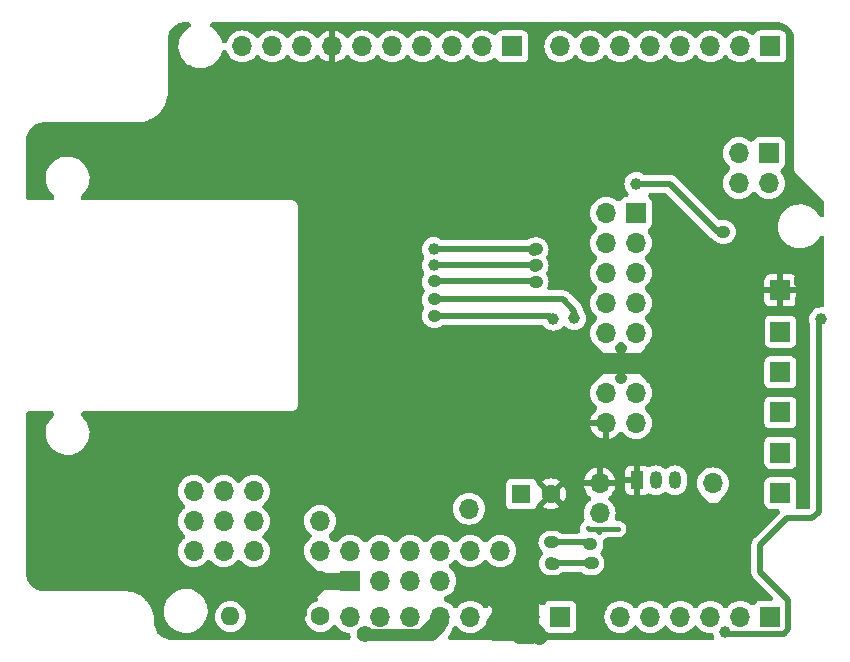
<source format=gtl>
%TF.GenerationSoftware,KiCad,Pcbnew,7.0.1*%
%TF.CreationDate,2023-06-16T17:14:34+02:00*%
%TF.ProjectId,Uno_shiefefefe - Copy,556e6f5f-7368-4696-9566-656665666520,rev?*%
%TF.SameCoordinates,Original*%
%TF.FileFunction,Copper,L1,Top*%
%TF.FilePolarity,Positive*%
%FSLAX46Y46*%
G04 Gerber Fmt 4.6, Leading zero omitted, Abs format (unit mm)*
G04 Created by KiCad (PCBNEW 7.0.1) date 2023-06-16 17:14:34*
%MOMM*%
%LPD*%
G01*
G04 APERTURE LIST*
%TA.AperFunction,ComponentPad*%
%ADD10R,1.700000X1.700000*%
%TD*%
%TA.AperFunction,ComponentPad*%
%ADD11O,1.700000X1.700000*%
%TD*%
%TA.AperFunction,ComponentPad*%
%ADD12R,1.050000X1.500000*%
%TD*%
%TA.AperFunction,ComponentPad*%
%ADD13O,1.050000X1.500000*%
%TD*%
%TA.AperFunction,ComponentPad*%
%ADD14R,1.600000X1.600000*%
%TD*%
%TA.AperFunction,ComponentPad*%
%ADD15C,1.600000*%
%TD*%
%TA.AperFunction,ComponentPad*%
%ADD16O,1.600000X1.600000*%
%TD*%
%TA.AperFunction,ViaPad*%
%ADD17C,1.000000*%
%TD*%
%TA.AperFunction,ViaPad*%
%ADD18C,1.400000*%
%TD*%
%TA.AperFunction,Conductor*%
%ADD19C,0.400000*%
%TD*%
%TA.AperFunction,Conductor*%
%ADD20C,1.000000*%
%TD*%
%TA.AperFunction,Conductor*%
%ADD21C,0.500000*%
%TD*%
%TA.AperFunction,Conductor*%
%ADD22C,1.400000*%
%TD*%
%TA.AperFunction,Conductor*%
%ADD23C,1.800000*%
%TD*%
G04 APERTURE END LIST*
D10*
X156713000Y-123865000D03*
D11*
X154173000Y-123865000D03*
X151633000Y-123865000D03*
X149093000Y-123865000D03*
X146553000Y-123865000D03*
X144013000Y-123865000D03*
X141473000Y-123865000D03*
X138933000Y-123865000D03*
D10*
X174498000Y-123865000D03*
D11*
X171958000Y-123865000D03*
X169418000Y-123865000D03*
X166878000Y-123865000D03*
X164338000Y-123865000D03*
X161798000Y-123865000D03*
D10*
X174498000Y-75575000D03*
D11*
X171958000Y-75575000D03*
X169418000Y-75575000D03*
X166878000Y-75575000D03*
X164338000Y-75575000D03*
X161798000Y-75575000D03*
X159258000Y-75575000D03*
X156718000Y-75575000D03*
D10*
X152658000Y-75575000D03*
D11*
X150118000Y-75575000D03*
X147578000Y-75575000D03*
X145038000Y-75575000D03*
X142498000Y-75575000D03*
X139958000Y-75575000D03*
X137418000Y-75575000D03*
X134878000Y-75575000D03*
X132338000Y-75575000D03*
X129798000Y-75575000D03*
X136380000Y-115747500D03*
X163127500Y-107460000D03*
X160587500Y-107460000D03*
X136380000Y-120830000D03*
X136380000Y-118290000D03*
D10*
X163128000Y-89680000D03*
D11*
X160588000Y-92220000D03*
X160588000Y-89680000D03*
X163128000Y-92220000D03*
X160588000Y-94760000D03*
X163128000Y-94760000D03*
X163128000Y-97300000D03*
X160588000Y-99840000D03*
X163128000Y-99840000D03*
X160588000Y-102380000D03*
X163128000Y-102380000D03*
X160588000Y-104920000D03*
X163128000Y-104920000D03*
X160588000Y-97300000D03*
X160040000Y-115107500D03*
X160040000Y-112567500D03*
X130760000Y-118310000D03*
X130760000Y-115770000D03*
X130760000Y-113230000D03*
D12*
X163225000Y-112310000D03*
D13*
X164820000Y-112310000D03*
X166425000Y-112310000D03*
D14*
X153424888Y-113460000D03*
D15*
X155924888Y-113460000D03*
D11*
X148980000Y-114712500D03*
X169625000Y-115107500D03*
X169625000Y-112567500D03*
D10*
X174375000Y-84605000D03*
D11*
X174375000Y-87145000D03*
X171835000Y-84605000D03*
X171835000Y-87145000D03*
X128220000Y-118310000D03*
X125680000Y-118310000D03*
X128220000Y-115770000D03*
X125680000Y-115770000D03*
X128220000Y-113230000D03*
X125680000Y-113230000D03*
D10*
X175350000Y-96220000D03*
X175355000Y-99720000D03*
X175350000Y-103170000D03*
X175350000Y-106570000D03*
X175350000Y-109970000D03*
X175350000Y-113370000D03*
X138930000Y-120830000D03*
D11*
X138930000Y-118290000D03*
X141470000Y-120830000D03*
X141470000Y-118290000D03*
X144010000Y-120830000D03*
X144010000Y-118290000D03*
X146550000Y-120830000D03*
X146550000Y-118290000D03*
D15*
X136400000Y-123840000D03*
D16*
X128780000Y-123840000D03*
D11*
X149090000Y-118290000D03*
X151630000Y-118290000D03*
D17*
X145990000Y-94100000D03*
X154710000Y-94110000D03*
X154710000Y-95480000D03*
X145990000Y-95470000D03*
D18*
X152460000Y-121760000D03*
X156310000Y-110310000D03*
X150580000Y-121760000D03*
X156400000Y-106470000D03*
X137430000Y-81320000D03*
X177210000Y-95440000D03*
X157920000Y-112240000D03*
X177300000Y-97100000D03*
X154330000Y-121770000D03*
X167190000Y-116450000D03*
X173300000Y-96720000D03*
X134120000Y-121690000D03*
X156970000Y-103650000D03*
X161620000Y-109660000D03*
X134560000Y-123440000D03*
X158400000Y-109190000D03*
X132770000Y-123390000D03*
X173410000Y-94880000D03*
D17*
X156130000Y-98630000D03*
X145990000Y-98380000D03*
X154710000Y-92750000D03*
X145990000Y-92740000D03*
X157910000Y-98590000D03*
X145990000Y-96980000D03*
X159440000Y-119350000D03*
X155910000Y-119330000D03*
X155870000Y-117570000D03*
X159350000Y-117740000D03*
X170570000Y-91280000D03*
X170670000Y-125140000D03*
X163150000Y-87210000D03*
X178780000Y-98680000D03*
D18*
X140140000Y-125300000D03*
D19*
X159750000Y-116450000D02*
X161590000Y-116450000D01*
X159170000Y-116450000D02*
X159750000Y-116450000D01*
X159750000Y-116450000D02*
X160020000Y-116720000D01*
X160540000Y-116450000D02*
X159170000Y-116450000D01*
X159170000Y-116450000D02*
X159090000Y-116370000D01*
D20*
X154710000Y-94110000D02*
X154570000Y-94110000D01*
D21*
X146000000Y-94110000D02*
X154710000Y-94110000D01*
X145990000Y-94100000D02*
X146000000Y-94110000D01*
D20*
X154570000Y-94110000D02*
X154540000Y-94140000D01*
X154710000Y-95480000D02*
X154540000Y-95480000D01*
X145990000Y-95470000D02*
X146130000Y-95470000D01*
D21*
X154700000Y-95470000D02*
X154710000Y-95480000D01*
D20*
X154540000Y-95480000D02*
X154530000Y-95490000D01*
D21*
X145990000Y-95470000D02*
X154700000Y-95470000D01*
D22*
X151633000Y-123865000D02*
X152235000Y-123865000D01*
X132000000Y-123490000D02*
X133820000Y-123490000D01*
D23*
X170140000Y-115220000D02*
X171670000Y-113690000D01*
X160588000Y-102380000D02*
X159960000Y-102380000D01*
D22*
X152888000Y-125150000D02*
X154173000Y-123865000D01*
X154173000Y-123865000D02*
X154173000Y-121927000D01*
X133870000Y-121940000D02*
X134120000Y-121690000D01*
X152235000Y-123865000D02*
X152565000Y-123535000D01*
X135210000Y-120040000D02*
X132000000Y-123250000D01*
D23*
X169625000Y-115107500D02*
X170902500Y-115107500D01*
D22*
X133870000Y-123440000D02*
X133870000Y-121940000D01*
X151633000Y-123865000D02*
X151110000Y-124388000D01*
D23*
X163780000Y-102380000D02*
X164610000Y-101550000D01*
D22*
X133870000Y-123340000D02*
X133870000Y-123510000D01*
D23*
X159960000Y-102380000D02*
X159040000Y-101460000D01*
D22*
X134120000Y-121690000D02*
X133800000Y-121690000D01*
X136380000Y-120830000D02*
X133870000Y-123340000D01*
D23*
X163750000Y-102380000D02*
X164510000Y-103140000D01*
D22*
X151633000Y-123865000D02*
X151633000Y-122587000D01*
X136000000Y-120830000D02*
X135210000Y-120040000D01*
X136380000Y-120830000D02*
X136000000Y-120830000D01*
D20*
X133870000Y-123440000D02*
X133870000Y-123220000D01*
D23*
X160588000Y-102380000D02*
X159940000Y-102380000D01*
X168997500Y-115107500D02*
X168370000Y-114480000D01*
X169350000Y-116330000D02*
X168240000Y-115220000D01*
D22*
X151633000Y-122813000D02*
X150580000Y-121760000D01*
X151110000Y-125150000D02*
X152888000Y-125150000D01*
X151633000Y-123865000D02*
X151633000Y-122813000D01*
D23*
X169625000Y-115107500D02*
X168997500Y-115107500D01*
X168240000Y-115220000D02*
X167400000Y-115220000D01*
D22*
X133820000Y-123490000D02*
X133870000Y-123440000D01*
D23*
X163128000Y-102380000D02*
X163780000Y-102380000D01*
D22*
X151633000Y-122587000D02*
X152460000Y-121760000D01*
X151110000Y-124388000D02*
X151110000Y-125150000D01*
D23*
X160588000Y-102380000D02*
X165330000Y-102380000D01*
D22*
X154173000Y-124723000D02*
X154940000Y-125490000D01*
X154190000Y-125440000D02*
X153208000Y-125440000D01*
X152565000Y-123535000D02*
X154330000Y-121770000D01*
D23*
X169680000Y-116330000D02*
X169350000Y-116330000D01*
D22*
X133800000Y-121690000D02*
X132000000Y-123490000D01*
X138930000Y-120830000D02*
X136380000Y-120830000D01*
D23*
X159940000Y-102380000D02*
X159030000Y-103290000D01*
D22*
X154173000Y-123865000D02*
X154173000Y-125423000D01*
X154173000Y-125423000D02*
X154190000Y-125440000D01*
D23*
X170902500Y-115107500D02*
X169680000Y-116330000D01*
D22*
X132000000Y-123250000D02*
X132000000Y-123490000D01*
X154173000Y-121927000D02*
X154330000Y-121770000D01*
D23*
X163128000Y-102380000D02*
X163750000Y-102380000D01*
X167400000Y-115220000D02*
X170140000Y-115220000D01*
X165330000Y-102380000D02*
X159060000Y-102380000D01*
D22*
X154173000Y-123865000D02*
X154173000Y-124723000D01*
D21*
X156130000Y-98630000D02*
X155880000Y-98380000D01*
D20*
X145990000Y-98380000D02*
X146010000Y-98400000D01*
D21*
X155880000Y-98380000D02*
X145990000Y-98380000D01*
D20*
X146010000Y-98400000D02*
X146080000Y-98400000D01*
D21*
X146000000Y-92750000D02*
X154710000Y-92750000D01*
D20*
X154710000Y-92750000D02*
X154540000Y-92750000D01*
X154540000Y-92750000D02*
X154510000Y-92780000D01*
D21*
X145990000Y-92740000D02*
X146000000Y-92750000D01*
D20*
X145990000Y-96980000D02*
X146100000Y-96980000D01*
D21*
X145990000Y-96980000D02*
X156930000Y-96980000D01*
D19*
X146000000Y-96990000D02*
X145990000Y-96980000D01*
D21*
X157910000Y-97960000D02*
X157910000Y-98590000D01*
X156930000Y-96980000D02*
X157910000Y-97960000D01*
D20*
X155910000Y-119330000D02*
X155950000Y-119370000D01*
X159440000Y-119350000D02*
X159430000Y-119340000D01*
X155950000Y-119370000D02*
X156150000Y-119370000D01*
D21*
X159420000Y-119330000D02*
X159440000Y-119350000D01*
D20*
X159430000Y-119340000D02*
X159230000Y-119340000D01*
D21*
X155910000Y-119330000D02*
X159420000Y-119330000D01*
D20*
X156080000Y-117570000D02*
X156090000Y-117560000D01*
X159200000Y-117740000D02*
X159180000Y-117720000D01*
X155870000Y-117570000D02*
X156080000Y-117570000D01*
X159350000Y-117740000D02*
X159200000Y-117740000D01*
D21*
X155870000Y-117570000D02*
X159180000Y-117570000D01*
X159180000Y-117570000D02*
X159350000Y-117740000D01*
X170880000Y-125350000D02*
X175613000Y-125350000D01*
X176020000Y-124943000D02*
X176020000Y-122420000D01*
X170070000Y-91280000D02*
X166000000Y-87210000D01*
X173640000Y-117790000D02*
X175900000Y-115530000D01*
X170570000Y-91280000D02*
X170070000Y-91280000D01*
X178590000Y-98870000D02*
X178780000Y-98680000D01*
X175900000Y-115530000D02*
X178050000Y-115530000D01*
D20*
X170450000Y-91280000D02*
X170440000Y-91270000D01*
D21*
X170670000Y-125140000D02*
X170880000Y-125350000D01*
X173640000Y-120040000D02*
X173640000Y-117790000D01*
X175613000Y-125350000D02*
X176020000Y-124943000D01*
X166000000Y-87210000D02*
X163150000Y-87210000D01*
X178590000Y-114990000D02*
X178590000Y-98870000D01*
X176020000Y-122420000D02*
X173640000Y-120040000D01*
D20*
X170570000Y-91280000D02*
X170450000Y-91280000D01*
D21*
X178050000Y-115530000D02*
X178590000Y-114990000D01*
D22*
X146553000Y-124197000D02*
X145770000Y-124980000D01*
D20*
X144200000Y-125415000D02*
X142800000Y-125415000D01*
X142800000Y-125415000D02*
X140335000Y-125415000D01*
X146553000Y-123865000D02*
X145058000Y-125360000D01*
X140225000Y-125415000D02*
X140200000Y-125390000D01*
X144200000Y-125415000D02*
X140255000Y-125415000D01*
X145058000Y-125360000D02*
X145010000Y-125360000D01*
X145875000Y-125415000D02*
X144200000Y-125415000D01*
X140255000Y-125415000D02*
X140140000Y-125300000D01*
X146553000Y-123865000D02*
X146553000Y-124737000D01*
D22*
X146553000Y-123865000D02*
X146553000Y-124197000D01*
D20*
X140335000Y-125415000D02*
X140220000Y-125300000D01*
X146553000Y-124737000D02*
X145875000Y-125415000D01*
X142800000Y-125415000D02*
X140225000Y-125415000D01*
%TA.AperFunction,Conductor*%
G36*
X161993615Y-103145195D02*
G01*
X162061969Y-103211203D01*
X162089889Y-103251077D01*
X162256923Y-103418111D01*
X162296359Y-103445724D01*
X162362368Y-103514077D01*
X162397965Y-103602180D01*
X162397966Y-103697203D01*
X162362370Y-103785307D01*
X162296363Y-103853661D01*
X162256603Y-103881501D01*
X162089504Y-104048600D01*
X162061969Y-104087925D01*
X161993615Y-104153933D01*
X161905511Y-104189529D01*
X161810489Y-104189529D01*
X161722385Y-104153933D01*
X161654031Y-104087925D01*
X161639991Y-104067874D01*
X161626495Y-104048599D01*
X161626492Y-104048596D01*
X161459403Y-103881506D01*
X161419639Y-103853663D01*
X161353631Y-103785309D01*
X161318035Y-103697204D01*
X161318035Y-103602181D01*
X161353632Y-103514077D01*
X161419641Y-103445724D01*
X161459076Y-103418111D01*
X161626110Y-103251077D01*
X161654031Y-103211203D01*
X161722385Y-103145195D01*
X161810489Y-103109599D01*
X161905511Y-103109599D01*
X161993615Y-103145195D01*
G37*
%TD.AperFunction*%
%TA.AperFunction,Conductor*%
G36*
X161993616Y-100606068D02*
G01*
X162061970Y-100672077D01*
X162089503Y-100711399D01*
X162256602Y-100878498D01*
X162296358Y-100906335D01*
X162362368Y-100974688D01*
X162397965Y-101062791D01*
X162397966Y-101157814D01*
X162362371Y-101245918D01*
X162296363Y-101314272D01*
X162256926Y-101341886D01*
X162089887Y-101508925D01*
X162061968Y-101548798D01*
X161993614Y-101614806D01*
X161905511Y-101650401D01*
X161810489Y-101650401D01*
X161722386Y-101614806D01*
X161654032Y-101548798D01*
X161626109Y-101508921D01*
X161459076Y-101341887D01*
X161419639Y-101314273D01*
X161353630Y-101245919D01*
X161318035Y-101157815D01*
X161318035Y-101062792D01*
X161353632Y-100974688D01*
X161419642Y-100906335D01*
X161459397Y-100878498D01*
X161459397Y-100878497D01*
X161459401Y-100878495D01*
X161626495Y-100711401D01*
X161654029Y-100672077D01*
X161722384Y-100606068D01*
X161810488Y-100570471D01*
X161905512Y-100570471D01*
X161993616Y-100606068D01*
G37*
%TD.AperFunction*%
%TA.AperFunction,Conductor*%
G36*
X125183036Y-73500583D02*
G01*
X125274388Y-73517985D01*
X125352985Y-73567692D01*
X125407862Y-73642769D01*
X125431366Y-73732745D01*
X125420218Y-73825070D01*
X125375973Y-73906865D01*
X125304803Y-73966722D01*
X125214222Y-74017559D01*
X124999827Y-74183108D01*
X124999823Y-74183111D01*
X124999823Y-74183112D01*
X124988316Y-74195047D01*
X124811812Y-74378121D01*
X124654199Y-74598422D01*
X124530344Y-74839324D01*
X124442881Y-75095694D01*
X124393681Y-75362064D01*
X124383788Y-75632767D01*
X124413413Y-75902019D01*
X124481926Y-76164083D01*
X124481927Y-76164087D01*
X124481928Y-76164088D01*
X124587870Y-76413390D01*
X124624172Y-76472873D01*
X124728981Y-76644609D01*
X124902254Y-76852820D01*
X125007241Y-76946888D01*
X125103998Y-77033582D01*
X125104000Y-77033583D01*
X125104002Y-77033585D01*
X125223189Y-77112438D01*
X125329910Y-77183044D01*
X125575176Y-77298020D01*
X125575178Y-77298020D01*
X125575181Y-77298022D01*
X125761372Y-77354038D01*
X125834569Y-77376060D01*
X126102561Y-77415500D01*
X126305627Y-77415500D01*
X126305631Y-77415500D01*
X126508156Y-77400677D01*
X126772553Y-77341780D01*
X126955801Y-77271693D01*
X127025556Y-77245015D01*
X127025558Y-77245014D01*
X127261777Y-77112441D01*
X127476177Y-76946888D01*
X127664186Y-76751881D01*
X127821799Y-76531579D01*
X127945656Y-76290675D01*
X128028776Y-76047032D01*
X128039003Y-76017056D01*
X128040096Y-76017429D01*
X128067771Y-75947175D01*
X128133498Y-75878099D01*
X128220369Y-75838790D01*
X128315645Y-75835014D01*
X128405354Y-75867325D01*
X128476342Y-75930983D01*
X128518200Y-76016655D01*
X128524096Y-76038660D01*
X128623966Y-76252833D01*
X128759502Y-76446398D01*
X128926601Y-76613497D01*
X129120166Y-76749033D01*
X129120169Y-76749034D01*
X129120170Y-76749035D01*
X129334337Y-76848903D01*
X129562592Y-76910063D01*
X129562593Y-76910063D01*
X129562597Y-76910064D01*
X129798000Y-76930659D01*
X130033402Y-76910064D01*
X130033404Y-76910063D01*
X130033408Y-76910063D01*
X130261663Y-76848903D01*
X130475830Y-76749035D01*
X130669401Y-76613495D01*
X130836495Y-76446401D01*
X130864029Y-76407077D01*
X130932384Y-76341068D01*
X131020488Y-76305471D01*
X131115512Y-76305471D01*
X131203616Y-76341068D01*
X131271970Y-76407077D01*
X131299503Y-76446399D01*
X131466601Y-76613497D01*
X131660166Y-76749033D01*
X131660169Y-76749034D01*
X131660170Y-76749035D01*
X131874337Y-76848903D01*
X132102592Y-76910063D01*
X132102593Y-76910063D01*
X132102597Y-76910064D01*
X132338000Y-76930659D01*
X132573402Y-76910064D01*
X132573404Y-76910063D01*
X132573408Y-76910063D01*
X132801663Y-76848903D01*
X133015830Y-76749035D01*
X133209401Y-76613495D01*
X133376495Y-76446401D01*
X133404029Y-76407077D01*
X133472384Y-76341068D01*
X133560488Y-76305471D01*
X133655512Y-76305471D01*
X133743616Y-76341068D01*
X133811970Y-76407077D01*
X133839503Y-76446399D01*
X134006601Y-76613497D01*
X134200166Y-76749033D01*
X134200169Y-76749034D01*
X134200170Y-76749035D01*
X134414337Y-76848903D01*
X134642592Y-76910063D01*
X134642593Y-76910063D01*
X134642597Y-76910064D01*
X134878000Y-76930659D01*
X135113402Y-76910064D01*
X135113404Y-76910063D01*
X135113408Y-76910063D01*
X135341663Y-76848903D01*
X135555830Y-76749035D01*
X135749401Y-76613495D01*
X135916495Y-76446401D01*
X135939610Y-76413390D01*
X135944335Y-76406642D01*
X136012688Y-76340632D01*
X136100792Y-76305035D01*
X136195815Y-76305035D01*
X136283919Y-76340630D01*
X136352273Y-76406639D01*
X136379885Y-76446073D01*
X136546922Y-76613110D01*
X136740420Y-76748599D01*
X136954513Y-76848432D01*
X137167999Y-76905636D01*
X137168000Y-76905636D01*
X137668000Y-76905636D01*
X137881486Y-76848432D01*
X138095579Y-76748599D01*
X138289077Y-76613110D01*
X138456111Y-76446076D01*
X138483724Y-76406641D01*
X138552077Y-76340632D01*
X138640181Y-76305035D01*
X138735204Y-76305035D01*
X138823309Y-76340631D01*
X138891663Y-76406639D01*
X138919504Y-76446400D01*
X139086601Y-76613497D01*
X139280166Y-76749033D01*
X139280169Y-76749034D01*
X139280170Y-76749035D01*
X139494337Y-76848903D01*
X139722592Y-76910063D01*
X139722593Y-76910063D01*
X139722597Y-76910064D01*
X139958000Y-76930659D01*
X140193402Y-76910064D01*
X140193404Y-76910063D01*
X140193408Y-76910063D01*
X140421663Y-76848903D01*
X140635830Y-76749035D01*
X140829401Y-76613495D01*
X140996495Y-76446401D01*
X141024029Y-76407077D01*
X141092384Y-76341068D01*
X141180488Y-76305471D01*
X141275512Y-76305471D01*
X141363616Y-76341068D01*
X141431970Y-76407077D01*
X141459503Y-76446399D01*
X141626601Y-76613497D01*
X141820166Y-76749033D01*
X141820169Y-76749034D01*
X141820170Y-76749035D01*
X142034337Y-76848903D01*
X142262592Y-76910063D01*
X142262593Y-76910063D01*
X142262597Y-76910064D01*
X142498000Y-76930659D01*
X142733402Y-76910064D01*
X142733404Y-76910063D01*
X142733408Y-76910063D01*
X142961663Y-76848903D01*
X143175830Y-76749035D01*
X143369401Y-76613495D01*
X143536495Y-76446401D01*
X143564029Y-76407077D01*
X143632384Y-76341068D01*
X143720488Y-76305471D01*
X143815512Y-76305471D01*
X143903616Y-76341068D01*
X143971970Y-76407077D01*
X143999503Y-76446399D01*
X144166601Y-76613497D01*
X144360166Y-76749033D01*
X144360169Y-76749034D01*
X144360170Y-76749035D01*
X144574337Y-76848903D01*
X144802592Y-76910063D01*
X144802593Y-76910063D01*
X144802597Y-76910064D01*
X145038000Y-76930659D01*
X145273402Y-76910064D01*
X145273404Y-76910063D01*
X145273408Y-76910063D01*
X145501663Y-76848903D01*
X145715830Y-76749035D01*
X145909401Y-76613495D01*
X146076495Y-76446401D01*
X146104029Y-76407077D01*
X146172384Y-76341068D01*
X146260488Y-76305471D01*
X146355512Y-76305471D01*
X146443616Y-76341068D01*
X146511970Y-76407077D01*
X146539503Y-76446399D01*
X146706601Y-76613497D01*
X146900166Y-76749033D01*
X146900169Y-76749034D01*
X146900170Y-76749035D01*
X147114337Y-76848903D01*
X147342592Y-76910063D01*
X147342593Y-76910063D01*
X147342597Y-76910064D01*
X147578000Y-76930659D01*
X147813402Y-76910064D01*
X147813404Y-76910063D01*
X147813408Y-76910063D01*
X148041663Y-76848903D01*
X148255830Y-76749035D01*
X148449401Y-76613495D01*
X148616495Y-76446401D01*
X148644029Y-76407077D01*
X148712384Y-76341068D01*
X148800488Y-76305471D01*
X148895512Y-76305471D01*
X148983616Y-76341068D01*
X149051970Y-76407077D01*
X149079503Y-76446399D01*
X149246601Y-76613497D01*
X149440166Y-76749033D01*
X149440169Y-76749034D01*
X149440170Y-76749035D01*
X149654337Y-76848903D01*
X149882592Y-76910063D01*
X149882593Y-76910063D01*
X149882597Y-76910064D01*
X150118000Y-76930659D01*
X150353402Y-76910064D01*
X150353404Y-76910063D01*
X150353408Y-76910063D01*
X150581663Y-76848903D01*
X150795830Y-76749035D01*
X150796453Y-76748599D01*
X151007247Y-76601000D01*
X151008853Y-76603293D01*
X151046886Y-76576475D01*
X151128704Y-76553706D01*
X151213415Y-76559759D01*
X151291165Y-76593928D01*
X151352909Y-76652241D01*
X151364202Y-76667327D01*
X151364204Y-76667331D01*
X151450454Y-76782546D01*
X151565669Y-76868796D01*
X151700517Y-76919091D01*
X151760127Y-76925500D01*
X153555872Y-76925499D01*
X153615483Y-76919091D01*
X153750331Y-76868796D01*
X153865546Y-76782546D01*
X153951796Y-76667331D01*
X154002091Y-76532483D01*
X154008500Y-76472873D01*
X154008499Y-75574999D01*
X155362340Y-75574999D01*
X155382935Y-75810402D01*
X155444097Y-76038663D01*
X155543966Y-76252833D01*
X155679502Y-76446398D01*
X155846601Y-76613497D01*
X156040166Y-76749033D01*
X156040169Y-76749034D01*
X156040170Y-76749035D01*
X156254337Y-76848903D01*
X156482592Y-76910063D01*
X156482593Y-76910063D01*
X156482597Y-76910064D01*
X156718000Y-76930659D01*
X156953402Y-76910064D01*
X156953404Y-76910063D01*
X156953408Y-76910063D01*
X157181663Y-76848903D01*
X157395830Y-76749035D01*
X157589401Y-76613495D01*
X157756495Y-76446401D01*
X157784029Y-76407077D01*
X157852384Y-76341068D01*
X157940488Y-76305471D01*
X158035512Y-76305471D01*
X158123616Y-76341068D01*
X158191970Y-76407077D01*
X158219503Y-76446399D01*
X158386601Y-76613497D01*
X158580166Y-76749033D01*
X158580169Y-76749034D01*
X158580170Y-76749035D01*
X158794337Y-76848903D01*
X159022592Y-76910063D01*
X159022593Y-76910063D01*
X159022597Y-76910064D01*
X159258000Y-76930659D01*
X159493402Y-76910064D01*
X159493404Y-76910063D01*
X159493408Y-76910063D01*
X159721663Y-76848903D01*
X159935830Y-76749035D01*
X160129401Y-76613495D01*
X160296495Y-76446401D01*
X160324029Y-76407077D01*
X160392384Y-76341068D01*
X160480488Y-76305471D01*
X160575512Y-76305471D01*
X160663616Y-76341068D01*
X160731970Y-76407077D01*
X160759503Y-76446399D01*
X160926601Y-76613497D01*
X161120166Y-76749033D01*
X161120169Y-76749034D01*
X161120170Y-76749035D01*
X161334337Y-76848903D01*
X161562592Y-76910063D01*
X161562593Y-76910063D01*
X161562597Y-76910064D01*
X161798000Y-76930659D01*
X162033402Y-76910064D01*
X162033404Y-76910063D01*
X162033408Y-76910063D01*
X162261663Y-76848903D01*
X162475830Y-76749035D01*
X162669401Y-76613495D01*
X162836495Y-76446401D01*
X162864029Y-76407077D01*
X162932384Y-76341068D01*
X163020488Y-76305471D01*
X163115512Y-76305471D01*
X163203616Y-76341068D01*
X163271970Y-76407077D01*
X163299503Y-76446399D01*
X163466601Y-76613497D01*
X163660166Y-76749033D01*
X163660169Y-76749034D01*
X163660170Y-76749035D01*
X163874337Y-76848903D01*
X164102592Y-76910063D01*
X164102593Y-76910063D01*
X164102597Y-76910064D01*
X164338000Y-76930659D01*
X164573402Y-76910064D01*
X164573404Y-76910063D01*
X164573408Y-76910063D01*
X164801663Y-76848903D01*
X165015830Y-76749035D01*
X165209401Y-76613495D01*
X165376495Y-76446401D01*
X165404029Y-76407077D01*
X165472384Y-76341068D01*
X165560488Y-76305471D01*
X165655512Y-76305471D01*
X165743616Y-76341068D01*
X165811970Y-76407077D01*
X165839503Y-76446399D01*
X166006601Y-76613497D01*
X166200166Y-76749033D01*
X166200169Y-76749034D01*
X166200170Y-76749035D01*
X166414337Y-76848903D01*
X166642592Y-76910063D01*
X166642593Y-76910063D01*
X166642597Y-76910064D01*
X166878000Y-76930659D01*
X167113402Y-76910064D01*
X167113404Y-76910063D01*
X167113408Y-76910063D01*
X167341663Y-76848903D01*
X167555830Y-76749035D01*
X167749401Y-76613495D01*
X167916495Y-76446401D01*
X167944029Y-76407077D01*
X168012384Y-76341068D01*
X168100488Y-76305471D01*
X168195512Y-76305471D01*
X168283616Y-76341068D01*
X168351970Y-76407077D01*
X168379503Y-76446399D01*
X168546601Y-76613497D01*
X168740166Y-76749033D01*
X168740169Y-76749034D01*
X168740170Y-76749035D01*
X168954337Y-76848903D01*
X169182592Y-76910063D01*
X169182593Y-76910063D01*
X169182597Y-76910064D01*
X169418000Y-76930659D01*
X169653402Y-76910064D01*
X169653404Y-76910063D01*
X169653408Y-76910063D01*
X169881663Y-76848903D01*
X170095830Y-76749035D01*
X170289401Y-76613495D01*
X170456495Y-76446401D01*
X170484029Y-76407077D01*
X170552384Y-76341068D01*
X170640488Y-76305471D01*
X170735512Y-76305471D01*
X170823616Y-76341068D01*
X170891970Y-76407077D01*
X170919503Y-76446399D01*
X171086601Y-76613497D01*
X171280166Y-76749033D01*
X171280169Y-76749034D01*
X171280170Y-76749035D01*
X171494337Y-76848903D01*
X171722592Y-76910063D01*
X171722593Y-76910063D01*
X171722597Y-76910064D01*
X171958000Y-76930659D01*
X172193402Y-76910064D01*
X172193404Y-76910063D01*
X172193408Y-76910063D01*
X172421663Y-76848903D01*
X172635830Y-76749035D01*
X172636453Y-76748599D01*
X172847247Y-76601000D01*
X172848853Y-76603293D01*
X172886886Y-76576475D01*
X172968704Y-76553706D01*
X173053415Y-76559759D01*
X173131165Y-76593928D01*
X173192909Y-76652241D01*
X173204202Y-76667327D01*
X173204204Y-76667331D01*
X173290454Y-76782546D01*
X173405669Y-76868796D01*
X173540517Y-76919091D01*
X173600127Y-76925500D01*
X175395872Y-76925499D01*
X175455483Y-76919091D01*
X175590331Y-76868796D01*
X175705546Y-76782546D01*
X175791796Y-76667331D01*
X175842091Y-76532483D01*
X175848500Y-76472873D01*
X175848499Y-74677128D01*
X175842091Y-74617517D01*
X175791796Y-74482669D01*
X175730633Y-74400966D01*
X175705546Y-74367453D01*
X175647938Y-74324329D01*
X175590331Y-74281204D01*
X175455483Y-74230909D01*
X175455482Y-74230908D01*
X175455480Y-74230908D01*
X175395874Y-74224500D01*
X173600130Y-74224500D01*
X173540526Y-74230908D01*
X173540517Y-74230909D01*
X173405669Y-74281204D01*
X173405667Y-74281205D01*
X173405668Y-74281205D01*
X173290453Y-74367454D01*
X173192908Y-74497759D01*
X173131170Y-74556067D01*
X173053429Y-74590237D01*
X172968725Y-74596295D01*
X172886912Y-74573536D01*
X172848852Y-74546706D01*
X172847247Y-74549000D01*
X172635833Y-74400966D01*
X172421663Y-74301097D01*
X172193402Y-74239935D01*
X171958000Y-74219340D01*
X171722597Y-74239935D01*
X171494336Y-74301097D01*
X171280167Y-74400966D01*
X171086602Y-74536502D01*
X170919504Y-74703600D01*
X170891969Y-74742925D01*
X170823615Y-74808933D01*
X170735511Y-74844529D01*
X170640489Y-74844529D01*
X170552385Y-74808933D01*
X170484031Y-74742925D01*
X170465605Y-74716610D01*
X170456495Y-74703599D01*
X170430023Y-74677127D01*
X170289401Y-74536504D01*
X170095833Y-74400966D01*
X169881663Y-74301097D01*
X169653402Y-74239935D01*
X169418000Y-74219340D01*
X169182597Y-74239935D01*
X168954336Y-74301097D01*
X168740167Y-74400966D01*
X168546602Y-74536502D01*
X168379504Y-74703600D01*
X168351969Y-74742925D01*
X168283615Y-74808933D01*
X168195511Y-74844529D01*
X168100489Y-74844529D01*
X168012385Y-74808933D01*
X167944031Y-74742925D01*
X167925605Y-74716610D01*
X167916495Y-74703599D01*
X167890023Y-74677127D01*
X167749401Y-74536504D01*
X167555833Y-74400966D01*
X167341663Y-74301097D01*
X167113402Y-74239935D01*
X166878000Y-74219340D01*
X166642597Y-74239935D01*
X166414336Y-74301097D01*
X166200167Y-74400966D01*
X166006602Y-74536502D01*
X165839504Y-74703600D01*
X165811969Y-74742925D01*
X165743615Y-74808933D01*
X165655511Y-74844529D01*
X165560489Y-74844529D01*
X165472385Y-74808933D01*
X165404031Y-74742925D01*
X165385605Y-74716610D01*
X165376495Y-74703599D01*
X165350023Y-74677127D01*
X165209401Y-74536504D01*
X165015833Y-74400966D01*
X164801663Y-74301097D01*
X164573402Y-74239935D01*
X164338000Y-74219340D01*
X164102597Y-74239935D01*
X163874336Y-74301097D01*
X163660167Y-74400966D01*
X163466602Y-74536502D01*
X163299504Y-74703600D01*
X163271969Y-74742925D01*
X163203615Y-74808933D01*
X163115511Y-74844529D01*
X163020489Y-74844529D01*
X162932385Y-74808933D01*
X162864031Y-74742925D01*
X162845605Y-74716610D01*
X162836495Y-74703599D01*
X162810023Y-74677127D01*
X162669401Y-74536504D01*
X162475833Y-74400966D01*
X162261663Y-74301097D01*
X162033402Y-74239935D01*
X161798000Y-74219340D01*
X161562597Y-74239935D01*
X161334336Y-74301097D01*
X161120167Y-74400966D01*
X160926602Y-74536502D01*
X160759504Y-74703600D01*
X160731969Y-74742925D01*
X160663615Y-74808933D01*
X160575511Y-74844529D01*
X160480489Y-74844529D01*
X160392385Y-74808933D01*
X160324031Y-74742925D01*
X160305605Y-74716610D01*
X160296495Y-74703599D01*
X160270023Y-74677127D01*
X160129401Y-74536504D01*
X159935833Y-74400966D01*
X159721663Y-74301097D01*
X159493402Y-74239935D01*
X159258000Y-74219340D01*
X159022597Y-74239935D01*
X158794336Y-74301097D01*
X158580167Y-74400966D01*
X158386602Y-74536502D01*
X158219504Y-74703600D01*
X158191969Y-74742925D01*
X158123615Y-74808933D01*
X158035511Y-74844529D01*
X157940489Y-74844529D01*
X157852385Y-74808933D01*
X157784031Y-74742925D01*
X157765605Y-74716610D01*
X157756495Y-74703599D01*
X157730023Y-74677127D01*
X157589401Y-74536504D01*
X157395833Y-74400966D01*
X157181663Y-74301097D01*
X156953402Y-74239935D01*
X156718000Y-74219340D01*
X156482597Y-74239935D01*
X156254336Y-74301097D01*
X156040167Y-74400966D01*
X155846602Y-74536502D01*
X155679502Y-74703602D01*
X155543966Y-74897167D01*
X155444097Y-75111336D01*
X155382935Y-75339597D01*
X155362340Y-75574999D01*
X154008499Y-75574999D01*
X154008499Y-74677128D01*
X154002091Y-74617517D01*
X153951796Y-74482669D01*
X153890633Y-74400966D01*
X153865546Y-74367453D01*
X153807938Y-74324329D01*
X153750331Y-74281204D01*
X153615483Y-74230909D01*
X153615482Y-74230908D01*
X153615480Y-74230908D01*
X153555874Y-74224500D01*
X151760130Y-74224500D01*
X151700526Y-74230908D01*
X151700517Y-74230909D01*
X151565669Y-74281204D01*
X151565667Y-74281205D01*
X151565668Y-74281205D01*
X151450453Y-74367454D01*
X151352908Y-74497759D01*
X151291170Y-74556067D01*
X151213429Y-74590237D01*
X151128725Y-74596295D01*
X151046912Y-74573536D01*
X151008852Y-74546706D01*
X151007247Y-74549000D01*
X150795833Y-74400966D01*
X150581663Y-74301097D01*
X150353402Y-74239935D01*
X150118000Y-74219340D01*
X149882597Y-74239935D01*
X149654336Y-74301097D01*
X149440167Y-74400966D01*
X149246602Y-74536502D01*
X149079504Y-74703600D01*
X149051969Y-74742925D01*
X148983615Y-74808933D01*
X148895511Y-74844529D01*
X148800489Y-74844529D01*
X148712385Y-74808933D01*
X148644031Y-74742925D01*
X148625605Y-74716610D01*
X148616495Y-74703599D01*
X148590023Y-74677127D01*
X148449401Y-74536504D01*
X148255833Y-74400966D01*
X148041663Y-74301097D01*
X147813402Y-74239935D01*
X147578000Y-74219340D01*
X147342597Y-74239935D01*
X147114336Y-74301097D01*
X146900167Y-74400966D01*
X146706602Y-74536502D01*
X146539504Y-74703600D01*
X146511969Y-74742925D01*
X146443615Y-74808933D01*
X146355511Y-74844529D01*
X146260489Y-74844529D01*
X146172385Y-74808933D01*
X146104031Y-74742925D01*
X146085605Y-74716610D01*
X146076495Y-74703599D01*
X146050023Y-74677127D01*
X145909401Y-74536504D01*
X145715833Y-74400966D01*
X145501663Y-74301097D01*
X145273402Y-74239935D01*
X145038000Y-74219340D01*
X144802597Y-74239935D01*
X144574336Y-74301097D01*
X144360167Y-74400966D01*
X144166602Y-74536502D01*
X143999504Y-74703600D01*
X143971969Y-74742925D01*
X143903615Y-74808933D01*
X143815511Y-74844529D01*
X143720489Y-74844529D01*
X143632385Y-74808933D01*
X143564031Y-74742925D01*
X143545605Y-74716610D01*
X143536495Y-74703599D01*
X143510023Y-74677127D01*
X143369401Y-74536504D01*
X143175833Y-74400966D01*
X142961663Y-74301097D01*
X142733402Y-74239935D01*
X142498000Y-74219340D01*
X142262597Y-74239935D01*
X142034336Y-74301097D01*
X141820167Y-74400966D01*
X141626602Y-74536502D01*
X141459504Y-74703600D01*
X141431969Y-74742925D01*
X141363615Y-74808933D01*
X141275511Y-74844529D01*
X141180489Y-74844529D01*
X141092385Y-74808933D01*
X141024031Y-74742925D01*
X141005605Y-74716610D01*
X140996495Y-74703599D01*
X140970023Y-74677127D01*
X140829401Y-74536504D01*
X140635833Y-74400966D01*
X140421663Y-74301097D01*
X140193402Y-74239935D01*
X139958000Y-74219340D01*
X139722597Y-74239935D01*
X139494336Y-74301097D01*
X139280167Y-74400966D01*
X139086602Y-74536502D01*
X138919501Y-74703603D01*
X138891661Y-74743363D01*
X138823307Y-74809370D01*
X138735204Y-74844965D01*
X138640182Y-74844965D01*
X138552078Y-74809369D01*
X138483725Y-74743361D01*
X138456108Y-74703920D01*
X138289080Y-74536891D01*
X138095579Y-74401400D01*
X137881486Y-74301567D01*
X137668000Y-74244363D01*
X137668000Y-76905636D01*
X137168000Y-76905636D01*
X137168000Y-74244364D01*
X137167999Y-74244363D01*
X136954508Y-74301568D01*
X136740426Y-74401397D01*
X136546923Y-74536889D01*
X136379886Y-74703926D01*
X136352272Y-74743363D01*
X136283918Y-74809370D01*
X136195815Y-74844966D01*
X136100792Y-74844965D01*
X136012689Y-74809368D01*
X135944336Y-74743360D01*
X135916495Y-74703599D01*
X135749401Y-74536504D01*
X135555833Y-74400966D01*
X135341663Y-74301097D01*
X135113402Y-74239935D01*
X134878000Y-74219340D01*
X134642597Y-74239935D01*
X134414336Y-74301097D01*
X134200167Y-74400966D01*
X134006602Y-74536502D01*
X133839504Y-74703600D01*
X133811969Y-74742925D01*
X133743615Y-74808933D01*
X133655511Y-74844529D01*
X133560489Y-74844529D01*
X133472385Y-74808933D01*
X133404031Y-74742925D01*
X133385605Y-74716610D01*
X133376495Y-74703599D01*
X133350023Y-74677127D01*
X133209401Y-74536504D01*
X133015833Y-74400966D01*
X132801663Y-74301097D01*
X132573402Y-74239935D01*
X132338000Y-74219340D01*
X132102597Y-74239935D01*
X131874336Y-74301097D01*
X131660167Y-74400966D01*
X131466602Y-74536502D01*
X131299504Y-74703600D01*
X131271969Y-74742925D01*
X131203615Y-74808933D01*
X131115511Y-74844529D01*
X131020489Y-74844529D01*
X130932385Y-74808933D01*
X130864031Y-74742925D01*
X130845605Y-74716610D01*
X130836495Y-74703599D01*
X130810023Y-74677127D01*
X130669401Y-74536504D01*
X130475833Y-74400966D01*
X130261663Y-74301097D01*
X130033402Y-74239935D01*
X129798000Y-74219340D01*
X129562597Y-74239935D01*
X129334336Y-74301097D01*
X129120167Y-74400966D01*
X128926602Y-74536502D01*
X128759502Y-74703602D01*
X128623966Y-74897167D01*
X128576463Y-74999038D01*
X128524098Y-75111336D01*
X128524095Y-75111342D01*
X128518544Y-75132060D01*
X128478245Y-75215650D01*
X128410138Y-75278679D01*
X128323682Y-75312393D01*
X128230886Y-75312110D01*
X128144637Y-75277870D01*
X128076915Y-75214428D01*
X128037126Y-75130594D01*
X127994073Y-74965916D01*
X127994072Y-74965912D01*
X127888130Y-74716610D01*
X127747018Y-74485390D01*
X127687416Y-74413770D01*
X127573745Y-74277179D01*
X127372002Y-74096418D01*
X127305299Y-74052288D01*
X127162921Y-73958091D01*
X127097798Y-73895301D01*
X127059404Y-73813382D01*
X127052813Y-73723153D01*
X127078895Y-73636525D01*
X127134205Y-73564933D01*
X127211444Y-73517829D01*
X127300413Y-73501429D01*
X174936605Y-73520459D01*
X174936917Y-73520501D01*
X174969895Y-73520500D01*
X174969897Y-73520501D01*
X175026894Y-73520500D01*
X175044653Y-73521133D01*
X175231434Y-73534491D01*
X175266587Y-73539545D01*
X175440854Y-73577453D01*
X175474930Y-73587459D01*
X175642021Y-73649780D01*
X175674336Y-73664538D01*
X175746667Y-73704033D01*
X175829407Y-73749212D01*
X175830858Y-73750004D01*
X175860734Y-73769204D01*
X176003506Y-73876081D01*
X176030350Y-73899341D01*
X176156450Y-74025440D01*
X176179714Y-74052288D01*
X176282288Y-74189309D01*
X176286584Y-74195047D01*
X176305790Y-74224932D01*
X176347637Y-74301568D01*
X176391258Y-74381454D01*
X176406016Y-74413770D01*
X176468333Y-74580848D01*
X176478343Y-74614936D01*
X176516251Y-74789196D01*
X176521307Y-74824361D01*
X176534652Y-75010942D01*
X176535286Y-75028706D01*
X176535286Y-75117607D01*
X176535305Y-75117757D01*
X176537482Y-85898450D01*
X176533267Y-85937706D01*
X176536870Y-85988092D01*
X176537504Y-86005786D01*
X176537506Y-86014896D01*
X176538785Y-86023779D01*
X176540690Y-86041488D01*
X176544274Y-86091600D01*
X176550732Y-86116888D01*
X176552863Y-86121553D01*
X176552864Y-86121555D01*
X176571618Y-86162599D01*
X176578437Y-86179058D01*
X176595994Y-86226132D01*
X176609318Y-86248583D01*
X176642225Y-86286545D01*
X176653404Y-86300415D01*
X176658776Y-86307590D01*
X176665222Y-86314037D01*
X176677298Y-86327005D01*
X176710383Y-86365172D01*
X176741128Y-86389942D01*
X179004570Y-88653384D01*
X179058546Y-88734166D01*
X179077500Y-88829454D01*
X179077500Y-89774176D01*
X179060603Y-89864339D01*
X179012204Y-89942265D01*
X178938873Y-89997377D01*
X178850562Y-90022197D01*
X178759256Y-90013354D01*
X178677349Y-89972050D01*
X178615955Y-89903890D01*
X178591817Y-89864339D01*
X178507018Y-89725390D01*
X178469244Y-89680000D01*
X178333745Y-89517179D01*
X178136620Y-89340556D01*
X178132002Y-89336418D01*
X178131999Y-89336416D01*
X178131997Y-89336414D01*
X177906095Y-89186959D01*
X177906093Y-89186958D01*
X177906090Y-89186956D01*
X177660824Y-89071980D01*
X177660825Y-89071980D01*
X177660818Y-89071977D01*
X177401436Y-88993941D01*
X177401432Y-88993940D01*
X177401431Y-88993940D01*
X177133439Y-88954500D01*
X176930369Y-88954500D01*
X176795352Y-88964381D01*
X176727842Y-88969323D01*
X176463445Y-89028220D01*
X176210443Y-89124984D01*
X175974219Y-89257561D01*
X175759827Y-89423108D01*
X175571812Y-89618121D01*
X175414199Y-89838422D01*
X175290344Y-90079324D01*
X175202881Y-90335694D01*
X175153681Y-90602064D01*
X175143788Y-90872767D01*
X175173413Y-91142019D01*
X175241926Y-91404083D01*
X175241927Y-91404087D01*
X175241928Y-91404088D01*
X175347870Y-91653390D01*
X175415940Y-91764926D01*
X175488981Y-91884609D01*
X175662254Y-92092820D01*
X175784392Y-92202255D01*
X175863998Y-92273582D01*
X175864000Y-92273583D01*
X175864002Y-92273585D01*
X176002589Y-92365273D01*
X176089910Y-92423044D01*
X176335176Y-92538020D01*
X176335178Y-92538020D01*
X176335181Y-92538022D01*
X176521372Y-92594038D01*
X176594569Y-92616060D01*
X176862561Y-92655500D01*
X177065627Y-92655500D01*
X177065631Y-92655500D01*
X177268156Y-92640677D01*
X177532553Y-92581780D01*
X177751785Y-92497931D01*
X177785556Y-92485015D01*
X177785558Y-92485014D01*
X178021777Y-92352441D01*
X178236177Y-92186888D01*
X178424186Y-91991881D01*
X178581799Y-91771579D01*
X178588041Y-91759439D01*
X178607054Y-91722458D01*
X178665261Y-91648284D01*
X178746874Y-91601070D01*
X178840191Y-91587586D01*
X178931831Y-91609764D01*
X179008655Y-91664424D01*
X179059649Y-91743731D01*
X179077500Y-91836311D01*
X179077500Y-97429231D01*
X179063757Y-97510811D01*
X179024044Y-97583386D01*
X178962745Y-97638943D01*
X178886627Y-97671351D01*
X178804093Y-97677031D01*
X178802007Y-97676826D01*
X178779999Y-97674658D01*
X178583867Y-97693976D01*
X178395274Y-97751185D01*
X178221458Y-97844091D01*
X178069116Y-97969116D01*
X177944091Y-98121458D01*
X177851185Y-98295274D01*
X177793976Y-98483867D01*
X177774658Y-98679999D01*
X177793976Y-98876131D01*
X177828778Y-98990858D01*
X177839500Y-99063139D01*
X177839500Y-114530500D01*
X177820546Y-114625788D01*
X177766570Y-114706570D01*
X177685788Y-114760546D01*
X177590500Y-114779500D01*
X176884126Y-114779500D01*
X176790483Y-114761221D01*
X176710589Y-114709066D01*
X176656174Y-114630694D01*
X176635228Y-114537611D01*
X176650825Y-114443484D01*
X176655977Y-114429671D01*
X176694091Y-114327483D01*
X176700500Y-114267873D01*
X176700499Y-112472128D01*
X176694091Y-112412517D01*
X176643796Y-112277669D01*
X176579293Y-112191504D01*
X176557546Y-112162453D01*
X176479472Y-112104008D01*
X176442331Y-112076204D01*
X176307483Y-112025909D01*
X176307482Y-112025908D01*
X176307480Y-112025908D01*
X176247874Y-112019500D01*
X174452130Y-112019500D01*
X174392526Y-112025908D01*
X174392517Y-112025909D01*
X174257669Y-112076204D01*
X174257667Y-112076205D01*
X174257668Y-112076205D01*
X174142453Y-112162453D01*
X174089095Y-112233732D01*
X174056204Y-112277669D01*
X174035906Y-112332092D01*
X174005908Y-112412519D01*
X173999500Y-112472125D01*
X173999500Y-114267869D01*
X174003801Y-114307872D01*
X174005909Y-114327483D01*
X174056204Y-114462331D01*
X174086148Y-114502331D01*
X174142453Y-114577546D01*
X174185578Y-114609828D01*
X174257669Y-114663796D01*
X174392517Y-114714091D01*
X174452127Y-114720500D01*
X175046995Y-114720499D01*
X175129231Y-114734472D01*
X175202241Y-114774823D01*
X175257826Y-114837023D01*
X175289749Y-114914091D01*
X175294426Y-114997378D01*
X175271333Y-115077536D01*
X175223062Y-115145569D01*
X173160793Y-117207837D01*
X173133422Y-117231491D01*
X173121469Y-117240389D01*
X173093130Y-117274162D01*
X173078476Y-117290156D01*
X173078407Y-117290224D01*
X173060312Y-117313109D01*
X173055743Y-117318717D01*
X173001575Y-117383272D01*
X172965961Y-117459645D01*
X172962809Y-117466154D01*
X172924983Y-117541474D01*
X172907945Y-117623990D01*
X172906379Y-117631055D01*
X172886943Y-117713063D01*
X172889395Y-117797310D01*
X172889500Y-117804551D01*
X172889500Y-119967189D01*
X172886871Y-120003277D01*
X172884711Y-120018022D01*
X172888553Y-120061941D01*
X172889500Y-120083640D01*
X172889500Y-120083714D01*
X172892888Y-120112709D01*
X172893623Y-120119904D01*
X172900966Y-120203834D01*
X172929788Y-120283025D01*
X172932163Y-120289858D01*
X172935884Y-120301086D01*
X172953861Y-120355337D01*
X172958673Y-120369856D01*
X172964761Y-120379113D01*
X172964763Y-120379117D01*
X173004978Y-120440263D01*
X173008848Y-120446337D01*
X173053106Y-120518089D01*
X173114364Y-120575882D01*
X173119561Y-120580929D01*
X174080493Y-121541861D01*
X174628063Y-122089430D01*
X174682039Y-122170212D01*
X174700993Y-122265500D01*
X174682039Y-122360788D01*
X174628063Y-122441569D01*
X174547281Y-122495546D01*
X174451993Y-122514500D01*
X173600130Y-122514500D01*
X173540517Y-122520908D01*
X173540517Y-122520909D01*
X173405669Y-122571204D01*
X173379099Y-122591094D01*
X173290453Y-122657454D01*
X173192908Y-122787759D01*
X173131170Y-122846067D01*
X173053429Y-122880237D01*
X172968725Y-122886295D01*
X172886912Y-122863536D01*
X172848852Y-122836706D01*
X172847247Y-122839000D01*
X172635833Y-122690966D01*
X172421663Y-122591097D01*
X172193402Y-122529935D01*
X171958000Y-122509340D01*
X171722597Y-122529935D01*
X171494336Y-122591097D01*
X171280167Y-122690966D01*
X171086602Y-122826502D01*
X170919504Y-122993600D01*
X170891969Y-123032925D01*
X170823615Y-123098933D01*
X170735511Y-123134529D01*
X170640489Y-123134529D01*
X170552385Y-123098933D01*
X170484031Y-123032925D01*
X170480570Y-123027982D01*
X170456495Y-122993599D01*
X170401436Y-122938540D01*
X170289401Y-122826504D01*
X170095833Y-122690966D01*
X169881663Y-122591097D01*
X169653402Y-122529935D01*
X169418000Y-122509340D01*
X169182597Y-122529935D01*
X168954336Y-122591097D01*
X168740167Y-122690966D01*
X168546602Y-122826502D01*
X168379504Y-122993600D01*
X168351969Y-123032925D01*
X168283615Y-123098933D01*
X168195511Y-123134529D01*
X168100489Y-123134529D01*
X168012385Y-123098933D01*
X167944031Y-123032925D01*
X167940570Y-123027982D01*
X167916495Y-122993599D01*
X167861436Y-122938540D01*
X167749401Y-122826504D01*
X167555833Y-122690966D01*
X167341663Y-122591097D01*
X167113402Y-122529935D01*
X166878000Y-122509340D01*
X166642597Y-122529935D01*
X166414336Y-122591097D01*
X166200167Y-122690966D01*
X166006602Y-122826502D01*
X165839504Y-122993600D01*
X165811969Y-123032925D01*
X165743615Y-123098933D01*
X165655511Y-123134529D01*
X165560489Y-123134529D01*
X165472385Y-123098933D01*
X165404031Y-123032925D01*
X165400570Y-123027982D01*
X165376495Y-122993599D01*
X165321436Y-122938540D01*
X165209401Y-122826504D01*
X165015833Y-122690966D01*
X164801663Y-122591097D01*
X164573402Y-122529935D01*
X164338000Y-122509340D01*
X164102597Y-122529935D01*
X163874336Y-122591097D01*
X163660167Y-122690966D01*
X163466602Y-122826502D01*
X163299504Y-122993600D01*
X163271969Y-123032925D01*
X163203615Y-123098933D01*
X163115511Y-123134529D01*
X163020489Y-123134529D01*
X162932385Y-123098933D01*
X162864031Y-123032925D01*
X162860570Y-123027982D01*
X162836495Y-122993599D01*
X162781436Y-122938540D01*
X162669401Y-122826504D01*
X162475833Y-122690966D01*
X162261663Y-122591097D01*
X162033402Y-122529935D01*
X161798000Y-122509340D01*
X161562597Y-122529935D01*
X161334336Y-122591097D01*
X161120167Y-122690966D01*
X160926602Y-122826502D01*
X160759502Y-122993602D01*
X160623966Y-123187167D01*
X160524097Y-123401336D01*
X160462935Y-123629597D01*
X160442340Y-123864999D01*
X160462935Y-124100402D01*
X160524097Y-124328663D01*
X160623966Y-124542833D01*
X160759502Y-124736398D01*
X160926601Y-124903497D01*
X161120166Y-125039033D01*
X161120169Y-125039034D01*
X161120170Y-125039035D01*
X161334337Y-125138903D01*
X161562592Y-125200063D01*
X161562593Y-125200063D01*
X161562597Y-125200064D01*
X161798000Y-125220659D01*
X162033402Y-125200064D01*
X162033404Y-125200063D01*
X162033408Y-125200063D01*
X162261663Y-125138903D01*
X162475830Y-125039035D01*
X162669401Y-124903495D01*
X162836495Y-124736401D01*
X162864029Y-124697077D01*
X162932384Y-124631068D01*
X163020488Y-124595471D01*
X163115512Y-124595471D01*
X163203616Y-124631068D01*
X163271970Y-124697077D01*
X163299503Y-124736399D01*
X163466601Y-124903497D01*
X163660166Y-125039033D01*
X163660169Y-125039034D01*
X163660170Y-125039035D01*
X163874337Y-125138903D01*
X164102592Y-125200063D01*
X164102593Y-125200063D01*
X164102597Y-125200064D01*
X164338000Y-125220659D01*
X164573402Y-125200064D01*
X164573404Y-125200063D01*
X164573408Y-125200063D01*
X164801663Y-125138903D01*
X165015830Y-125039035D01*
X165209401Y-124903495D01*
X165376495Y-124736401D01*
X165404029Y-124697077D01*
X165472384Y-124631068D01*
X165560488Y-124595471D01*
X165655512Y-124595471D01*
X165743616Y-124631068D01*
X165811970Y-124697077D01*
X165839503Y-124736399D01*
X166006601Y-124903497D01*
X166200166Y-125039033D01*
X166200169Y-125039034D01*
X166200170Y-125039035D01*
X166414337Y-125138903D01*
X166642592Y-125200063D01*
X166642593Y-125200063D01*
X166642597Y-125200064D01*
X166878000Y-125220659D01*
X167113402Y-125200064D01*
X167113404Y-125200063D01*
X167113408Y-125200063D01*
X167341663Y-125138903D01*
X167555830Y-125039035D01*
X167749401Y-124903495D01*
X167916495Y-124736401D01*
X167944029Y-124697077D01*
X168012384Y-124631068D01*
X168100488Y-124595471D01*
X168195512Y-124595471D01*
X168283616Y-124631068D01*
X168351970Y-124697077D01*
X168379503Y-124736399D01*
X168546601Y-124903497D01*
X168740166Y-125039033D01*
X168740169Y-125039034D01*
X168740170Y-125039035D01*
X168954337Y-125138903D01*
X169182592Y-125200063D01*
X169182593Y-125200063D01*
X169182597Y-125200064D01*
X169417997Y-125220659D01*
X169417998Y-125220658D01*
X169418000Y-125220659D01*
X169441658Y-125218589D01*
X169525835Y-125225606D01*
X169602824Y-125260362D01*
X169663763Y-125318857D01*
X169701639Y-125394360D01*
X169745534Y-125539062D01*
X169755485Y-125630924D01*
X169731255Y-125720089D01*
X169676179Y-125794280D01*
X169597843Y-125843280D01*
X169507033Y-125860343D01*
X147467278Y-125840642D01*
X147384231Y-125826306D01*
X147310723Y-125785088D01*
X147255173Y-125721711D01*
X147223947Y-125643434D01*
X147220620Y-125559224D01*
X147245574Y-125478728D01*
X147295947Y-125411170D01*
X147316053Y-125392059D01*
X147347039Y-125347537D01*
X147358413Y-125332452D01*
X147392698Y-125290407D01*
X147403111Y-125270470D01*
X147419450Y-125243503D01*
X147432295Y-125225049D01*
X147453685Y-125175201D01*
X147461799Y-125158118D01*
X147468407Y-125145468D01*
X147486909Y-125110049D01*
X147493095Y-125088425D01*
X147503666Y-125058735D01*
X147512540Y-125038058D01*
X147523458Y-124984924D01*
X147527966Y-124966561D01*
X147530260Y-124958545D01*
X147542887Y-124914418D01*
X147542887Y-124914415D01*
X147546792Y-124900769D01*
X147570319Y-124853616D01*
X147567771Y-124852348D01*
X147578058Y-124831689D01*
X147612722Y-124762072D01*
X147618057Y-124751950D01*
X147622793Y-124743448D01*
X147675111Y-124678327D01*
X147746023Y-124634173D01*
X147827548Y-124615956D01*
X147910511Y-124625727D01*
X147985573Y-124662386D01*
X148044286Y-124721808D01*
X148054502Y-124736398D01*
X148221601Y-124903497D01*
X148415166Y-125039033D01*
X148415169Y-125039034D01*
X148415170Y-125039035D01*
X148629337Y-125138903D01*
X148857592Y-125200063D01*
X148857593Y-125200063D01*
X148857597Y-125200064D01*
X149093000Y-125220659D01*
X149328402Y-125200064D01*
X149328404Y-125200063D01*
X149328408Y-125200063D01*
X149556663Y-125138903D01*
X149770830Y-125039035D01*
X149964401Y-124903495D01*
X150131495Y-124736401D01*
X150159335Y-124696642D01*
X150227688Y-124630632D01*
X150315792Y-124595035D01*
X150410815Y-124595035D01*
X150498919Y-124630630D01*
X150567273Y-124696639D01*
X150594885Y-124736073D01*
X150761922Y-124903110D01*
X150955420Y-125038599D01*
X151169513Y-125138432D01*
X151382999Y-125195636D01*
X151383000Y-125195636D01*
X151883000Y-125195636D01*
X152096486Y-125138432D01*
X152310579Y-125038599D01*
X152504077Y-124903110D01*
X152671110Y-124736077D01*
X152699031Y-124696203D01*
X152767385Y-124630195D01*
X152855489Y-124594599D01*
X152950511Y-124594599D01*
X153038615Y-124630195D01*
X153106969Y-124696203D01*
X153134889Y-124736077D01*
X153301922Y-124903110D01*
X153495420Y-125038599D01*
X153709513Y-125138432D01*
X153922999Y-125195636D01*
X153923000Y-125195636D01*
X154423000Y-125195636D01*
X154636486Y-125138432D01*
X154850579Y-125038599D01*
X155061923Y-124890615D01*
X155063526Y-124892904D01*
X155101583Y-124866070D01*
X155183401Y-124843301D01*
X155268112Y-124849354D01*
X155345862Y-124883524D01*
X155407606Y-124941836D01*
X155419202Y-124957327D01*
X155419204Y-124957331D01*
X155505454Y-125072546D01*
X155620669Y-125158796D01*
X155755517Y-125209091D01*
X155815127Y-125215500D01*
X157610872Y-125215499D01*
X157670483Y-125209091D01*
X157805331Y-125158796D01*
X157920546Y-125072546D01*
X158006796Y-124957331D01*
X158057091Y-124822483D01*
X158063500Y-124762873D01*
X158063499Y-122967128D01*
X158057091Y-122907517D01*
X158006796Y-122772669D01*
X157945633Y-122690966D01*
X157920546Y-122657453D01*
X157862938Y-122614329D01*
X157805331Y-122571204D01*
X157670483Y-122520909D01*
X157670482Y-122520908D01*
X157670480Y-122520908D01*
X157610874Y-122514500D01*
X155815130Y-122514500D01*
X155755517Y-122520908D01*
X155755517Y-122520909D01*
X155620669Y-122571204D01*
X155620667Y-122571205D01*
X155620668Y-122571205D01*
X155505453Y-122657453D01*
X155407605Y-122788164D01*
X155345867Y-122846472D01*
X155268126Y-122880642D01*
X155183422Y-122886700D01*
X155101609Y-122863941D01*
X155063526Y-122837095D01*
X155061923Y-122839385D01*
X154850579Y-122691400D01*
X154636486Y-122591567D01*
X154423000Y-122534363D01*
X154423000Y-125195636D01*
X153923000Y-125195636D01*
X153923000Y-124115001D01*
X153922999Y-124115000D01*
X151883001Y-124115000D01*
X151883000Y-124115001D01*
X151883000Y-125195636D01*
X151383000Y-125195636D01*
X151383000Y-123614999D01*
X151883000Y-123614999D01*
X151883001Y-123615000D01*
X153922999Y-123615000D01*
X153923000Y-123614999D01*
X153923000Y-122534364D01*
X153922999Y-122534363D01*
X153709508Y-122591568D01*
X153495426Y-122691397D01*
X153301923Y-122826889D01*
X153134887Y-122993925D01*
X153106968Y-123033798D01*
X153038614Y-123099806D01*
X152950511Y-123135401D01*
X152855489Y-123135401D01*
X152767386Y-123099806D01*
X152699032Y-123033798D01*
X152671109Y-122993921D01*
X152504080Y-122826891D01*
X152310579Y-122691400D01*
X152096486Y-122591567D01*
X151883000Y-122534363D01*
X151883000Y-123614999D01*
X151383000Y-123614999D01*
X151383000Y-122534364D01*
X151382999Y-122534363D01*
X151169508Y-122591568D01*
X150955426Y-122691397D01*
X150761923Y-122826889D01*
X150594886Y-122993926D01*
X150567272Y-123033363D01*
X150498918Y-123099370D01*
X150410815Y-123134966D01*
X150315792Y-123134965D01*
X150227689Y-123099368D01*
X150159336Y-123033360D01*
X150131495Y-122993599D01*
X149964401Y-122826504D01*
X149770833Y-122690966D01*
X149556663Y-122591097D01*
X149328402Y-122529935D01*
X149093000Y-122509340D01*
X148857597Y-122529935D01*
X148629336Y-122591097D01*
X148415167Y-122690966D01*
X148221602Y-122826502D01*
X148054504Y-122993600D01*
X148026969Y-123032925D01*
X147958615Y-123098933D01*
X147870511Y-123134529D01*
X147775489Y-123134529D01*
X147687385Y-123098933D01*
X147619031Y-123032925D01*
X147615570Y-123027982D01*
X147591495Y-122993599D01*
X147536436Y-122938540D01*
X147424401Y-122826504D01*
X147230833Y-122690966D01*
X147016663Y-122591097D01*
X147016652Y-122591094D01*
X147003657Y-122587612D01*
X146920246Y-122547443D01*
X146857273Y-122479574D01*
X146823448Y-122393390D01*
X146823448Y-122300805D01*
X146857273Y-122214621D01*
X146920247Y-122146752D01*
X147003660Y-122106583D01*
X147013663Y-122103903D01*
X147227830Y-122004035D01*
X147303081Y-121951344D01*
X147381523Y-121896418D01*
X147421401Y-121868495D01*
X147588495Y-121701401D01*
X147688644Y-121558373D01*
X147724033Y-121507833D01*
X147724033Y-121507832D01*
X147724035Y-121507830D01*
X147823903Y-121293663D01*
X147885063Y-121065408D01*
X147888604Y-121024945D01*
X147905659Y-120830000D01*
X147885064Y-120594597D01*
X147881402Y-120580929D01*
X147823903Y-120366337D01*
X147724035Y-120152171D01*
X147724034Y-120152170D01*
X147724033Y-120152167D01*
X147588495Y-119958599D01*
X147421401Y-119791505D01*
X147382074Y-119763967D01*
X147316066Y-119695612D01*
X147280470Y-119607508D01*
X147280471Y-119512484D01*
X147316069Y-119424381D01*
X147382077Y-119356029D01*
X147421401Y-119328495D01*
X147588495Y-119161401D01*
X147616029Y-119122077D01*
X147684384Y-119056068D01*
X147772488Y-119020471D01*
X147867512Y-119020471D01*
X147955616Y-119056068D01*
X148023970Y-119122077D01*
X148051503Y-119161399D01*
X148218601Y-119328497D01*
X148412166Y-119464033D01*
X148412169Y-119464034D01*
X148412170Y-119464035D01*
X148626337Y-119563903D01*
X148854592Y-119625063D01*
X148854593Y-119625063D01*
X148854597Y-119625064D01*
X149090000Y-119645659D01*
X149325402Y-119625064D01*
X149325404Y-119625063D01*
X149325408Y-119625063D01*
X149553663Y-119563903D01*
X149767830Y-119464035D01*
X149768566Y-119463520D01*
X149921641Y-119356335D01*
X149961401Y-119328495D01*
X150128495Y-119161401D01*
X150156029Y-119122077D01*
X150224384Y-119056068D01*
X150312488Y-119020471D01*
X150407512Y-119020471D01*
X150495616Y-119056068D01*
X150563970Y-119122077D01*
X150591503Y-119161399D01*
X150758601Y-119328497D01*
X150952166Y-119464033D01*
X150952169Y-119464034D01*
X150952170Y-119464035D01*
X151166337Y-119563903D01*
X151394592Y-119625063D01*
X151394593Y-119625063D01*
X151394597Y-119625064D01*
X151630000Y-119645659D01*
X151865402Y-119625064D01*
X151865404Y-119625063D01*
X151865408Y-119625063D01*
X152093663Y-119563903D01*
X152307830Y-119464035D01*
X152308566Y-119463520D01*
X152461641Y-119356335D01*
X152501401Y-119328495D01*
X152668495Y-119161401D01*
X152804035Y-118967830D01*
X152903903Y-118753663D01*
X152965063Y-118525408D01*
X152966652Y-118507256D01*
X152985659Y-118290000D01*
X152965064Y-118054597D01*
X152955613Y-118019324D01*
X152903903Y-117826337D01*
X152804035Y-117612171D01*
X152804034Y-117612170D01*
X152804033Y-117612167D01*
X152774506Y-117569998D01*
X154864659Y-117569998D01*
X154865187Y-117575365D01*
X154866065Y-117612352D01*
X154865630Y-117620931D01*
X154875942Y-117688246D01*
X154877614Y-117701540D01*
X154883976Y-117766137D01*
X154886693Y-117775092D01*
X154894540Y-117809647D01*
X154896443Y-117822068D01*
X154918718Y-117882212D01*
X154923495Y-117896408D01*
X154941186Y-117954728D01*
X154947470Y-117966484D01*
X154961370Y-117997380D01*
X154967113Y-118012887D01*
X154998951Y-118063968D01*
X155007232Y-118078294D01*
X155034089Y-118128537D01*
X155045068Y-118141916D01*
X155063896Y-118168162D01*
X155074746Y-118185570D01*
X155113483Y-118226320D01*
X155125491Y-118239910D01*
X155174673Y-118299838D01*
X155174521Y-118299962D01*
X155211181Y-118342473D01*
X155241813Y-118421991D01*
X155243840Y-118507181D01*
X155217023Y-118588065D01*
X155164505Y-118655171D01*
X155163787Y-118655819D01*
X155123476Y-118710714D01*
X155115261Y-118721293D01*
X155074088Y-118771463D01*
X155069674Y-118779722D01*
X155050788Y-118809703D01*
X155043350Y-118819832D01*
X155016563Y-118878128D01*
X155009909Y-118891532D01*
X154981185Y-118945272D01*
X154977313Y-118958038D01*
X154965303Y-118989694D01*
X154958396Y-119004727D01*
X154944790Y-119063356D01*
X154940516Y-119079339D01*
X154923975Y-119133868D01*
X154922279Y-119151090D01*
X154917037Y-119182947D01*
X154912397Y-119202946D01*
X154910971Y-119259168D01*
X154909852Y-119277256D01*
X154904658Y-119329996D01*
X154906744Y-119351171D01*
X154907863Y-119381882D01*
X154907242Y-119406362D01*
X154916461Y-119457798D01*
X154919167Y-119477313D01*
X154923976Y-119526132D01*
X154931307Y-119550300D01*
X154938122Y-119578646D01*
X154943142Y-119606654D01*
X154961052Y-119651492D01*
X154968092Y-119671567D01*
X154981185Y-119714725D01*
X154994962Y-119740501D01*
X155006595Y-119765507D01*
X155018622Y-119795616D01*
X155024401Y-119804384D01*
X155040561Y-119828904D01*
X155043012Y-119832622D01*
X155054706Y-119852273D01*
X155071991Y-119884612D01*
X155074090Y-119888538D01*
X155095140Y-119914187D01*
X155110566Y-119935126D01*
X155130596Y-119965517D01*
X155159142Y-119994064D01*
X155175549Y-120012166D01*
X155199117Y-120040883D01*
X155224552Y-120061757D01*
X155247049Y-120082671D01*
X155294941Y-120133053D01*
X155294944Y-120133055D01*
X155339452Y-120164034D01*
X155354556Y-120175422D01*
X155396593Y-120209698D01*
X155416533Y-120220114D01*
X155443483Y-120236441D01*
X155461951Y-120249295D01*
X155490931Y-120261731D01*
X155511795Y-120270685D01*
X155528884Y-120278801D01*
X155528909Y-120278814D01*
X155576951Y-120303909D01*
X155598586Y-120310099D01*
X155628255Y-120320662D01*
X155648942Y-120329540D01*
X155702085Y-120340461D01*
X155720415Y-120344959D01*
X155772582Y-120359887D01*
X155795022Y-120361595D01*
X155826226Y-120365972D01*
X155848259Y-120370500D01*
X155902491Y-120370500D01*
X155921398Y-120371219D01*
X155975476Y-120375337D01*
X155975476Y-120375336D01*
X155975477Y-120375337D01*
X155988690Y-120373654D01*
X155997793Y-120372495D01*
X156029251Y-120370500D01*
X156200747Y-120370500D01*
X156295551Y-120360858D01*
X156352438Y-120355074D01*
X156546588Y-120294159D01*
X156724502Y-120195409D01*
X156788382Y-120140569D01*
X156864094Y-120096000D01*
X156950574Y-120080500D01*
X158464413Y-120080500D01*
X158538954Y-120091919D01*
X158606658Y-120125129D01*
X158741952Y-120219296D01*
X158928941Y-120299540D01*
X159128258Y-120340500D01*
X159128259Y-120340500D01*
X159261183Y-120340500D01*
X159280086Y-120341219D01*
X159311956Y-120343645D01*
X159350198Y-120346557D01*
X159355661Y-120347033D01*
X159440000Y-120355341D01*
X159440000Y-120355340D01*
X159448397Y-120356168D01*
X159459956Y-120356039D01*
X159465471Y-120355336D01*
X159465476Y-120355337D01*
X159548775Y-120344727D01*
X159555783Y-120343937D01*
X159636132Y-120336024D01*
X159636134Y-120336023D01*
X159641020Y-120335542D01*
X159665075Y-120330400D01*
X159743041Y-120303750D01*
X159751215Y-120301113D01*
X159824727Y-120278814D01*
X159824733Y-120278810D01*
X159826469Y-120278284D01*
X159859289Y-120264014D01*
X159859872Y-120263816D01*
X159925401Y-120225239D01*
X159934297Y-120220246D01*
X159998538Y-120185910D01*
X159999614Y-120185026D01*
X160031265Y-120162921D01*
X160035227Y-120160590D01*
X160088709Y-120112268D01*
X160097633Y-120104582D01*
X160150883Y-120060883D01*
X160154293Y-120056727D01*
X160179845Y-120029931D01*
X160186213Y-120024179D01*
X160226552Y-119969243D01*
X160234722Y-119958724D01*
X160275910Y-119908538D01*
X160280323Y-119900280D01*
X160299221Y-119870281D01*
X160306649Y-119860167D01*
X160333437Y-119801862D01*
X160340086Y-119788471D01*
X160368814Y-119734727D01*
X160372684Y-119721966D01*
X160384701Y-119690292D01*
X160391605Y-119675268D01*
X160405211Y-119616630D01*
X160409477Y-119600676D01*
X160426024Y-119546132D01*
X160427720Y-119528906D01*
X160432966Y-119497025D01*
X160437602Y-119477054D01*
X160439026Y-119420849D01*
X160440145Y-119402752D01*
X160445341Y-119350000D01*
X160443254Y-119328820D01*
X160442136Y-119298112D01*
X160442757Y-119273637D01*
X160433536Y-119222191D01*
X160430831Y-119202678D01*
X160426024Y-119153868D01*
X160422447Y-119142077D01*
X160418692Y-119129701D01*
X160411877Y-119101356D01*
X160406858Y-119073347D01*
X160406089Y-119071423D01*
X160397103Y-119048927D01*
X160388942Y-119028496D01*
X160381901Y-119008416D01*
X160368814Y-118965273D01*
X160355036Y-118939497D01*
X160343411Y-118914510D01*
X160331377Y-118884383D01*
X160306981Y-118847367D01*
X160295293Y-118827727D01*
X160291074Y-118819833D01*
X160275910Y-118791462D01*
X160254857Y-118765809D01*
X160239430Y-118744869D01*
X160219404Y-118714483D01*
X160190858Y-118685937D01*
X160174456Y-118667841D01*
X160158280Y-118648131D01*
X160116316Y-118574055D01*
X160101760Y-118490168D01*
X160116316Y-118406280D01*
X160158281Y-118332202D01*
X160185910Y-118298538D01*
X160185913Y-118298532D01*
X160189031Y-118294733D01*
X160202394Y-118274104D01*
X160203444Y-118271962D01*
X160203448Y-118271958D01*
X160238696Y-118200096D01*
X160242605Y-118192466D01*
X160278814Y-118124727D01*
X160278815Y-118124720D01*
X160279671Y-118123121D01*
X160292791Y-118089818D01*
X160293060Y-118089271D01*
X160312119Y-118015658D01*
X160314878Y-118005838D01*
X160336024Y-117936132D01*
X160336160Y-117934742D01*
X160342911Y-117896733D01*
X160344063Y-117892285D01*
X160347715Y-117820261D01*
X160348586Y-117808578D01*
X160355341Y-117740000D01*
X160354813Y-117734648D01*
X160353934Y-117697632D01*
X160354369Y-117689064D01*
X160344056Y-117621750D01*
X160342385Y-117608459D01*
X160338597Y-117570000D01*
X160336024Y-117543868D01*
X160336023Y-117543867D01*
X160333620Y-117519460D01*
X160336161Y-117519209D01*
X160331316Y-117481970D01*
X160347669Y-117401719D01*
X160389174Y-117331115D01*
X160451337Y-117277797D01*
X160455185Y-117275472D01*
X160507229Y-117223427D01*
X160588008Y-117169454D01*
X160683296Y-117150500D01*
X161632376Y-117150500D01*
X161733571Y-117138212D01*
X161758872Y-117135140D01*
X161917930Y-117074818D01*
X162057929Y-116978183D01*
X162170734Y-116850852D01*
X162249790Y-116700225D01*
X162290500Y-116535056D01*
X162290500Y-116364944D01*
X162249790Y-116199775D01*
X162170734Y-116049148D01*
X162069573Y-115934960D01*
X162057928Y-115921815D01*
X161917929Y-115825181D01*
X161758871Y-115764859D01*
X161632376Y-115749500D01*
X161632372Y-115749500D01*
X161590620Y-115749500D01*
X161501386Y-115732962D01*
X161424006Y-115685543D01*
X161368759Y-115613543D01*
X161342984Y-115526527D01*
X161350105Y-115436054D01*
X161371153Y-115357500D01*
X168294363Y-115357500D01*
X168351567Y-115570986D01*
X168451400Y-115785079D01*
X168586889Y-115978577D01*
X168753922Y-116145610D01*
X168947420Y-116281099D01*
X169161513Y-116380932D01*
X169374999Y-116438136D01*
X169375000Y-116438136D01*
X169875000Y-116438136D01*
X170088486Y-116380932D01*
X170302579Y-116281099D01*
X170496077Y-116145610D01*
X170663110Y-115978577D01*
X170798599Y-115785079D01*
X170898432Y-115570986D01*
X170955636Y-115357500D01*
X169875001Y-115357500D01*
X169875000Y-115357501D01*
X169875000Y-116438136D01*
X169375000Y-116438136D01*
X169375000Y-115357501D01*
X169374999Y-115357500D01*
X168294363Y-115357500D01*
X161371153Y-115357500D01*
X161375063Y-115342907D01*
X161395659Y-115107499D01*
X161375064Y-114872097D01*
X161371153Y-114857499D01*
X161313903Y-114643837D01*
X161214035Y-114429671D01*
X161214034Y-114429670D01*
X161214033Y-114429667D01*
X161078495Y-114236099D01*
X160911403Y-114069006D01*
X160871639Y-114041163D01*
X160805631Y-113972809D01*
X160770035Y-113884704D01*
X160770035Y-113789681D01*
X160805632Y-113701577D01*
X160871641Y-113633224D01*
X160911076Y-113605611D01*
X161078110Y-113438577D01*
X161213599Y-113245079D01*
X161277599Y-113107831D01*
X162200000Y-113107831D01*
X162206401Y-113167373D01*
X162256647Y-113302090D01*
X162342810Y-113417189D01*
X162457909Y-113503352D01*
X162592626Y-113553598D01*
X162652169Y-113560000D01*
X162974999Y-113560000D01*
X162975000Y-113559999D01*
X163475000Y-113559999D01*
X163475001Y-113560000D01*
X163797831Y-113560000D01*
X163857373Y-113553598D01*
X163992090Y-113503351D01*
X164058576Y-113453580D01*
X164142635Y-113412590D01*
X164235887Y-113405501D01*
X164325176Y-113433313D01*
X164425659Y-113487023D01*
X164618967Y-113545662D01*
X164820000Y-113565462D01*
X165021033Y-113545662D01*
X165214341Y-113487023D01*
X165392494Y-113391798D01*
X165464535Y-113332675D01*
X165538614Y-113290710D01*
X165622500Y-113276154D01*
X165706386Y-113290710D01*
X165780464Y-113332675D01*
X165852505Y-113391798D01*
X165990209Y-113465402D01*
X166030659Y-113487023D01*
X166223967Y-113545662D01*
X166425000Y-113565462D01*
X166626033Y-113545662D01*
X166819341Y-113487023D01*
X166997494Y-113391798D01*
X167153647Y-113263647D01*
X167281798Y-113107494D01*
X167377023Y-112929341D01*
X167435662Y-112736033D01*
X167450500Y-112585380D01*
X167450500Y-112567500D01*
X168269340Y-112567500D01*
X168289935Y-112802902D01*
X168351097Y-113031163D01*
X168450966Y-113245333D01*
X168586502Y-113438898D01*
X168753602Y-113605998D01*
X168793358Y-113633835D01*
X168859368Y-113702188D01*
X168894965Y-113790291D01*
X168894966Y-113885314D01*
X168859371Y-113973418D01*
X168793363Y-114041772D01*
X168753926Y-114069386D01*
X168586889Y-114236423D01*
X168451397Y-114429926D01*
X168351568Y-114644008D01*
X168294363Y-114857499D01*
X168294364Y-114857500D01*
X170955636Y-114857500D01*
X170955636Y-114857499D01*
X170898431Y-114644008D01*
X170798602Y-114429926D01*
X170663108Y-114236420D01*
X170496076Y-114069387D01*
X170456639Y-114041773D01*
X170390630Y-113973419D01*
X170355035Y-113885315D01*
X170355035Y-113790292D01*
X170390632Y-113702188D01*
X170456642Y-113633835D01*
X170496397Y-113605998D01*
X170496397Y-113605997D01*
X170496401Y-113605995D01*
X170663495Y-113438901D01*
X170799035Y-113245330D01*
X170898903Y-113031163D01*
X170960063Y-112802908D01*
X170976755Y-112612128D01*
X170980659Y-112567500D01*
X170960064Y-112332097D01*
X170960063Y-112332092D01*
X170898903Y-112103837D01*
X170799035Y-111889671D01*
X170799034Y-111889670D01*
X170799033Y-111889667D01*
X170663495Y-111696099D01*
X170496401Y-111529004D01*
X170302833Y-111393466D01*
X170088663Y-111293597D01*
X169860402Y-111232435D01*
X169625000Y-111211840D01*
X169389597Y-111232435D01*
X169161336Y-111293597D01*
X168947167Y-111393466D01*
X168753602Y-111529002D01*
X168586502Y-111696102D01*
X168450966Y-111889667D01*
X168351097Y-112103836D01*
X168289935Y-112332097D01*
X168269340Y-112567500D01*
X167450500Y-112567500D01*
X167450500Y-112034620D01*
X167435662Y-111883967D01*
X167377023Y-111690659D01*
X167377022Y-111690658D01*
X167281798Y-111512505D01*
X167153647Y-111356352D01*
X166997494Y-111228201D01*
X166819340Y-111132976D01*
X166626034Y-111074338D01*
X166425000Y-111054537D01*
X166223965Y-111074338D01*
X166030659Y-111132976D01*
X165852505Y-111228201D01*
X165780461Y-111287326D01*
X165706383Y-111329290D01*
X165622498Y-111343845D01*
X165538613Y-111329289D01*
X165464537Y-111287326D01*
X165392494Y-111228202D01*
X165392492Y-111228201D01*
X165392491Y-111228200D01*
X165214340Y-111132976D01*
X165021034Y-111074338D01*
X164820000Y-111054537D01*
X164618965Y-111074338D01*
X164425663Y-111132975D01*
X164425659Y-111132976D01*
X164425659Y-111132977D01*
X164325175Y-111186686D01*
X164235889Y-111214498D01*
X164142638Y-111207410D01*
X164058579Y-111166421D01*
X163992090Y-111116648D01*
X163857373Y-111066401D01*
X163797831Y-111060000D01*
X163475001Y-111060000D01*
X163475000Y-111060001D01*
X163475000Y-113559999D01*
X162975000Y-113559999D01*
X162975000Y-112560001D01*
X162974999Y-112560000D01*
X162200001Y-112560000D01*
X162200000Y-112560001D01*
X162200000Y-113107831D01*
X161277599Y-113107831D01*
X161313432Y-113030986D01*
X161370636Y-112817500D01*
X158709363Y-112817500D01*
X158766567Y-113030986D01*
X158866400Y-113245079D01*
X159001889Y-113438577D01*
X159168923Y-113605611D01*
X159208359Y-113633224D01*
X159274368Y-113701577D01*
X159309965Y-113789680D01*
X159309966Y-113884703D01*
X159274370Y-113972807D01*
X159208363Y-114041161D01*
X159168603Y-114069001D01*
X159001502Y-114236102D01*
X158865966Y-114429667D01*
X158766097Y-114643836D01*
X158704935Y-114872097D01*
X158684340Y-115107499D01*
X158704936Y-115342903D01*
X158704936Y-115342906D01*
X158704937Y-115342908D01*
X158756299Y-115534597D01*
X158758276Y-115541973D01*
X158766306Y-115621451D01*
X158748755Y-115699382D01*
X158707430Y-115767745D01*
X158668389Y-115800954D01*
X158534526Y-115934817D01*
X158446522Y-116080393D01*
X158396154Y-116242032D01*
X158395914Y-116242804D01*
X158385642Y-116412606D01*
X158401743Y-116500470D01*
X158406352Y-116525618D01*
X158406876Y-116612422D01*
X158377570Y-116694131D01*
X158321995Y-116760815D01*
X158246907Y-116804369D01*
X158161430Y-116819500D01*
X156853562Y-116819500D01*
X156776017Y-116807117D01*
X156706185Y-116771201D01*
X156600166Y-116693350D01*
X156415271Y-116608396D01*
X156415269Y-116608395D01*
X156415268Y-116608395D01*
X156316161Y-116585396D01*
X156217051Y-116562397D01*
X156013635Y-116557242D01*
X155969975Y-116565068D01*
X155901640Y-116567775D01*
X155870000Y-116564658D01*
X155833022Y-116568301D01*
X155829205Y-116568488D01*
X155770765Y-116574430D01*
X155769990Y-116574508D01*
X155669084Y-116584447D01*
X155576133Y-116613611D01*
X155573876Y-116614308D01*
X155477611Y-116643510D01*
X155393089Y-116690422D01*
X155389635Y-116692303D01*
X155301573Y-116739375D01*
X155228799Y-116801849D01*
X155224577Y-116805393D01*
X155152623Y-116864445D01*
X155144485Y-116872766D01*
X155089727Y-116943506D01*
X155085310Y-116949048D01*
X155030977Y-117015254D01*
X155017599Y-117035907D01*
X154981334Y-117109839D01*
X154977381Y-117117555D01*
X154940334Y-117186865D01*
X154927219Y-117220159D01*
X154926940Y-117220726D01*
X154907879Y-117294340D01*
X154905109Y-117304198D01*
X154883975Y-117373869D01*
X154883838Y-117375268D01*
X154877091Y-117413255D01*
X154875936Y-117417714D01*
X154872286Y-117489684D01*
X154871407Y-117501472D01*
X154864659Y-117569998D01*
X152774506Y-117569998D01*
X152668495Y-117418599D01*
X152501401Y-117251504D01*
X152307833Y-117115966D01*
X152093663Y-117016097D01*
X151865402Y-116954935D01*
X151630000Y-116934340D01*
X151394597Y-116954935D01*
X151166336Y-117016097D01*
X150952167Y-117115966D01*
X150758602Y-117251502D01*
X150758599Y-117251504D01*
X150758599Y-117251505D01*
X150591505Y-117418599D01*
X150564491Y-117457180D01*
X150563969Y-117457925D01*
X150495615Y-117523933D01*
X150407511Y-117559529D01*
X150312489Y-117559529D01*
X150224385Y-117523933D01*
X150156031Y-117457925D01*
X150128495Y-117418599D01*
X150073008Y-117363112D01*
X149961401Y-117251504D01*
X149767833Y-117115966D01*
X149553663Y-117016097D01*
X149325402Y-116954935D01*
X149090000Y-116934340D01*
X148854597Y-116954935D01*
X148626336Y-117016097D01*
X148412167Y-117115966D01*
X148218602Y-117251502D01*
X148218599Y-117251504D01*
X148218599Y-117251505D01*
X148051505Y-117418599D01*
X148024491Y-117457180D01*
X148023969Y-117457925D01*
X147955615Y-117523933D01*
X147867511Y-117559529D01*
X147772489Y-117559529D01*
X147684385Y-117523933D01*
X147616031Y-117457925D01*
X147588495Y-117418599D01*
X147533008Y-117363112D01*
X147421401Y-117251504D01*
X147227833Y-117115966D01*
X147013663Y-117016097D01*
X146785402Y-116954935D01*
X146550000Y-116934340D01*
X146314597Y-116954935D01*
X146086336Y-117016097D01*
X145872167Y-117115966D01*
X145678602Y-117251502D01*
X145678599Y-117251504D01*
X145678599Y-117251505D01*
X145511505Y-117418599D01*
X145484491Y-117457180D01*
X145483969Y-117457925D01*
X145415615Y-117523933D01*
X145327511Y-117559529D01*
X145232489Y-117559529D01*
X145144385Y-117523933D01*
X145076031Y-117457925D01*
X145048495Y-117418599D01*
X144993008Y-117363112D01*
X144881401Y-117251504D01*
X144687833Y-117115966D01*
X144473663Y-117016097D01*
X144245402Y-116954935D01*
X144010000Y-116934340D01*
X143774597Y-116954935D01*
X143546336Y-117016097D01*
X143332167Y-117115966D01*
X143138602Y-117251502D01*
X143138599Y-117251504D01*
X143138599Y-117251505D01*
X142971505Y-117418599D01*
X142944491Y-117457180D01*
X142943969Y-117457925D01*
X142875615Y-117523933D01*
X142787511Y-117559529D01*
X142692489Y-117559529D01*
X142604385Y-117523933D01*
X142536031Y-117457925D01*
X142508495Y-117418599D01*
X142453008Y-117363112D01*
X142341401Y-117251504D01*
X142147833Y-117115966D01*
X141933663Y-117016097D01*
X141705402Y-116954935D01*
X141470000Y-116934340D01*
X141234597Y-116954935D01*
X141006336Y-117016097D01*
X140792167Y-117115966D01*
X140598602Y-117251502D01*
X140598599Y-117251504D01*
X140598599Y-117251505D01*
X140431505Y-117418599D01*
X140404491Y-117457180D01*
X140403969Y-117457925D01*
X140335615Y-117523933D01*
X140247511Y-117559529D01*
X140152489Y-117559529D01*
X140064385Y-117523933D01*
X139996031Y-117457925D01*
X139968495Y-117418599D01*
X139913008Y-117363112D01*
X139801401Y-117251504D01*
X139607833Y-117115966D01*
X139393663Y-117016097D01*
X139165402Y-116954935D01*
X138930000Y-116934340D01*
X138694597Y-116954935D01*
X138466336Y-117016097D01*
X138252167Y-117115966D01*
X138058602Y-117251502D01*
X137891502Y-117418602D01*
X137858969Y-117465065D01*
X137790615Y-117531074D01*
X137702511Y-117566670D01*
X137607489Y-117566670D01*
X137519385Y-117531074D01*
X137451031Y-117465065D01*
X137418495Y-117418599D01*
X137251401Y-117251504D01*
X137210289Y-117222717D01*
X137144281Y-117154362D01*
X137108685Y-117066258D01*
X137108686Y-116971235D01*
X137144284Y-116883131D01*
X137210292Y-116814779D01*
X137251401Y-116785995D01*
X137418495Y-116618901D01*
X137554035Y-116425330D01*
X137653903Y-116211163D01*
X137715063Y-115982908D01*
X137720917Y-115916007D01*
X137735659Y-115747499D01*
X137715064Y-115512097D01*
X137715063Y-115512092D01*
X137653903Y-115283837D01*
X137554035Y-115069671D01*
X137554034Y-115069670D01*
X137554033Y-115069667D01*
X137418495Y-114876099D01*
X137254897Y-114712500D01*
X147624340Y-114712500D01*
X147644935Y-114947902D01*
X147706097Y-115176163D01*
X147805966Y-115390333D01*
X147941502Y-115583898D01*
X148108601Y-115750997D01*
X148302166Y-115886533D01*
X148302169Y-115886534D01*
X148302170Y-115886535D01*
X148516337Y-115986403D01*
X148744592Y-116047563D01*
X148744593Y-116047563D01*
X148744597Y-116047564D01*
X148980000Y-116068159D01*
X149215402Y-116047564D01*
X149215404Y-116047563D01*
X149215408Y-116047563D01*
X149443663Y-115986403D01*
X149657830Y-115886535D01*
X149851401Y-115750995D01*
X150018495Y-115583901D01*
X150154035Y-115390330D01*
X150253903Y-115176163D01*
X150315063Y-114947908D01*
X150315937Y-114937925D01*
X150335659Y-114712500D01*
X150315064Y-114477097D01*
X150315063Y-114477092D01*
X150269720Y-114307869D01*
X152124388Y-114307869D01*
X152126497Y-114327482D01*
X152130797Y-114367483D01*
X152181092Y-114502331D01*
X152208563Y-114539027D01*
X152267341Y-114617546D01*
X152310465Y-114649828D01*
X152382557Y-114703796D01*
X152517405Y-114754091D01*
X152577015Y-114760500D01*
X154272760Y-114760499D01*
X154332371Y-114754091D01*
X154467219Y-114703796D01*
X154582434Y-114617546D01*
X154641215Y-114539025D01*
X155199414Y-114539025D01*
X155272402Y-114590132D01*
X155478568Y-114686268D01*
X155698278Y-114745140D01*
X155924888Y-114764965D01*
X156151497Y-114745140D01*
X156371210Y-114686267D01*
X156577373Y-114590133D01*
X156650359Y-114539027D01*
X156650359Y-114539025D01*
X155924888Y-113813553D01*
X155199414Y-114539025D01*
X154641215Y-114539025D01*
X154668684Y-114502331D01*
X154710709Y-114389655D01*
X154722794Y-114369928D01*
X154739188Y-114312200D01*
X154787734Y-114243598D01*
X155571333Y-113460000D01*
X156278441Y-113460000D01*
X157003913Y-114185471D01*
X157003915Y-114185471D01*
X157055021Y-114112485D01*
X157151155Y-113906322D01*
X157210028Y-113686609D01*
X157229853Y-113459999D01*
X157210028Y-113233390D01*
X157151156Y-113013680D01*
X157055020Y-112807514D01*
X157003914Y-112734527D01*
X156278441Y-113460000D01*
X155571333Y-113460000D01*
X154787733Y-112676400D01*
X154739173Y-112607766D01*
X154722807Y-112550090D01*
X154710708Y-112530340D01*
X154668684Y-112417670D01*
X154668684Y-112417669D01*
X154641213Y-112380972D01*
X155199415Y-112380972D01*
X155924888Y-113106445D01*
X156650360Y-112380973D01*
X156577373Y-112329867D01*
X156550850Y-112317499D01*
X158709363Y-112317499D01*
X158709364Y-112317500D01*
X159789999Y-112317500D01*
X159790000Y-112317499D01*
X159790000Y-111236864D01*
X159789999Y-111236863D01*
X160290000Y-111236863D01*
X160290000Y-112317499D01*
X160290001Y-112317500D01*
X161370636Y-112317500D01*
X161370636Y-112317499D01*
X161313431Y-112104008D01*
X161292909Y-112059999D01*
X162200000Y-112059999D01*
X162200001Y-112060000D01*
X162974999Y-112060000D01*
X162975000Y-112059999D01*
X162975000Y-111060001D01*
X162974999Y-111060000D01*
X162652169Y-111060000D01*
X162592626Y-111066401D01*
X162457909Y-111116647D01*
X162342810Y-111202810D01*
X162256647Y-111317909D01*
X162206401Y-111452626D01*
X162200000Y-111512169D01*
X162200000Y-112059999D01*
X161292909Y-112059999D01*
X161213602Y-111889926D01*
X161078108Y-111696420D01*
X160911080Y-111529391D01*
X160717579Y-111393900D01*
X160503486Y-111294067D01*
X160290000Y-111236863D01*
X159789999Y-111236863D01*
X159576508Y-111294068D01*
X159362426Y-111393897D01*
X159168923Y-111529389D01*
X159001889Y-111696423D01*
X158866397Y-111889926D01*
X158766568Y-112104008D01*
X158709363Y-112317499D01*
X156550850Y-112317499D01*
X156371207Y-112233731D01*
X156151497Y-112174859D01*
X155924888Y-112155034D01*
X155698278Y-112174859D01*
X155478565Y-112233732D01*
X155272406Y-112329864D01*
X155199415Y-112380972D01*
X154641213Y-112380972D01*
X154604621Y-112332092D01*
X154582434Y-112302453D01*
X154490633Y-112233732D01*
X154467219Y-112216204D01*
X154332371Y-112165909D01*
X154332370Y-112165908D01*
X154332368Y-112165908D01*
X154272762Y-112159500D01*
X152577018Y-112159500D01*
X152517405Y-112165908D01*
X152517405Y-112165909D01*
X152382557Y-112216204D01*
X152382555Y-112216205D01*
X152382556Y-112216205D01*
X152267341Y-112302453D01*
X152195872Y-112397925D01*
X152181092Y-112417669D01*
X152150560Y-112499529D01*
X152130796Y-112552519D01*
X152124388Y-112612125D01*
X152124388Y-114307869D01*
X150269720Y-114307869D01*
X150253903Y-114248837D01*
X150154035Y-114034671D01*
X150154034Y-114034670D01*
X150154033Y-114034667D01*
X150018495Y-113841099D01*
X149851401Y-113674004D01*
X149657833Y-113538466D01*
X149443663Y-113438597D01*
X149215402Y-113377435D01*
X148980000Y-113356840D01*
X148744597Y-113377435D01*
X148516336Y-113438597D01*
X148302167Y-113538466D01*
X148108602Y-113674002D01*
X147941502Y-113841102D01*
X147805966Y-114034667D01*
X147706097Y-114248836D01*
X147644935Y-114477097D01*
X147624340Y-114712500D01*
X137254897Y-114712500D01*
X137251401Y-114709004D01*
X137057833Y-114573466D01*
X136843663Y-114473597D01*
X136615402Y-114412435D01*
X136380000Y-114391840D01*
X136144597Y-114412435D01*
X135916336Y-114473597D01*
X135702167Y-114573466D01*
X135508602Y-114709002D01*
X135341502Y-114876102D01*
X135205966Y-115069667D01*
X135106097Y-115283836D01*
X135044935Y-115512097D01*
X135024340Y-115747499D01*
X135044935Y-115982902D01*
X135106097Y-116211163D01*
X135205966Y-116425333D01*
X135341502Y-116618898D01*
X135508603Y-116785999D01*
X135549709Y-116814782D01*
X135615717Y-116883135D01*
X135651313Y-116971238D01*
X135651313Y-117066260D01*
X135615718Y-117154363D01*
X135549711Y-117222717D01*
X135508603Y-117251501D01*
X135341502Y-117418602D01*
X135205966Y-117612167D01*
X135106097Y-117826336D01*
X135044935Y-118054597D01*
X135024340Y-118290000D01*
X135044935Y-118525402D01*
X135106097Y-118753663D01*
X135205966Y-118967833D01*
X135341502Y-119161398D01*
X135508602Y-119328498D01*
X135548358Y-119356335D01*
X135614368Y-119424688D01*
X135649965Y-119512791D01*
X135649966Y-119607814D01*
X135614371Y-119695918D01*
X135548363Y-119764272D01*
X135508926Y-119791886D01*
X135341889Y-119958923D01*
X135206397Y-120152426D01*
X135106568Y-120366508D01*
X135049363Y-120579999D01*
X135049364Y-120580000D01*
X138931000Y-120580000D01*
X139026288Y-120598954D01*
X139107070Y-120652930D01*
X139161046Y-120733712D01*
X139180000Y-120829000D01*
X139180000Y-120831000D01*
X139161046Y-120926288D01*
X139107070Y-121007070D01*
X139026288Y-121061046D01*
X138931000Y-121080000D01*
X135049363Y-121080000D01*
X135106567Y-121293486D01*
X135206400Y-121507579D01*
X135341889Y-121701077D01*
X135508922Y-121868110D01*
X135702420Y-122003599D01*
X135916508Y-122103430D01*
X135988746Y-122122786D01*
X136072161Y-122162957D01*
X136135134Y-122230825D01*
X136168959Y-122317009D01*
X136168959Y-122409592D01*
X136135136Y-122495776D01*
X136072163Y-122563645D01*
X135988749Y-122603817D01*
X135971906Y-122608330D01*
X135953504Y-122613261D01*
X135953503Y-122613261D01*
X135953501Y-122613262D01*
X135747272Y-122709428D01*
X135747266Y-122709431D01*
X135747266Y-122709432D01*
X135560861Y-122839953D01*
X135399953Y-123000861D01*
X135269502Y-123187167D01*
X135269428Y-123187272D01*
X135218152Y-123297235D01*
X135173261Y-123393504D01*
X135156855Y-123454734D01*
X135114363Y-123613313D01*
X135094531Y-123839999D01*
X135114363Y-124066686D01*
X135123399Y-124100408D01*
X135173261Y-124286496D01*
X135184789Y-124311217D01*
X135269428Y-124492727D01*
X135269430Y-124492730D01*
X135269432Y-124492734D01*
X135399953Y-124679139D01*
X135560861Y-124840047D01*
X135747266Y-124970568D01*
X135747271Y-124970570D01*
X135747272Y-124970571D01*
X135778095Y-124984944D01*
X135953504Y-125066739D01*
X136173308Y-125125635D01*
X136173309Y-125125635D01*
X136173313Y-125125636D01*
X136400000Y-125145468D01*
X136626686Y-125125636D01*
X136626688Y-125125635D01*
X136626692Y-125125635D01*
X136846496Y-125066739D01*
X137052734Y-124970568D01*
X137239139Y-124840047D01*
X137400047Y-124679139D01*
X137423259Y-124645987D01*
X137491608Y-124579982D01*
X137579712Y-124544384D01*
X137674736Y-124544382D01*
X137762841Y-124579978D01*
X137831196Y-124645987D01*
X137894504Y-124736400D01*
X138061601Y-124903497D01*
X138255166Y-125039033D01*
X138255169Y-125039034D01*
X138255170Y-125039035D01*
X138469337Y-125138903D01*
X138697592Y-125200063D01*
X138697593Y-125200063D01*
X138697597Y-125200064D01*
X138719897Y-125202015D01*
X138803137Y-125224261D01*
X138873812Y-125273546D01*
X138923458Y-125343966D01*
X138946133Y-125427091D01*
X138957014Y-125544509D01*
X138955896Y-125544612D01*
X138961655Y-125606846D01*
X138936575Y-125694892D01*
X138881370Y-125767923D01*
X138803503Y-125816068D01*
X138713499Y-125832817D01*
X123912733Y-125819586D01*
X123912064Y-125819499D01*
X123880103Y-125819499D01*
X123823099Y-125819499D01*
X123805338Y-125818865D01*
X123618572Y-125805509D01*
X123583405Y-125800453D01*
X123409151Y-125762547D01*
X123375063Y-125752538D01*
X123207978Y-125690219D01*
X123175663Y-125675461D01*
X123019141Y-125589995D01*
X122989261Y-125570793D01*
X122846494Y-125463919D01*
X122819649Y-125440658D01*
X122693549Y-125314559D01*
X122670285Y-125287711D01*
X122605131Y-125200677D01*
X122563411Y-125144946D01*
X122544211Y-125115071D01*
X122458738Y-124958539D01*
X122443986Y-124926236D01*
X122381664Y-124759145D01*
X122371656Y-124725063D01*
X122365473Y-124696642D01*
X122333747Y-124550797D01*
X122328692Y-124515638D01*
X122327053Y-124492727D01*
X122315654Y-124333354D01*
X122315174Y-124324325D01*
X122314867Y-124315574D01*
X122314714Y-124306844D01*
X122314714Y-124239235D01*
X122311410Y-124217150D01*
X122310653Y-124195578D01*
X122310500Y-124186846D01*
X122310500Y-124048744D01*
X122274038Y-123748455D01*
X122262592Y-123702018D01*
X122201643Y-123454734D01*
X122193312Y-123432767D01*
X123143788Y-123432767D01*
X123173413Y-123702019D01*
X123241926Y-123964083D01*
X123241927Y-123964087D01*
X123241928Y-123964088D01*
X123347870Y-124213390D01*
X123407573Y-124311217D01*
X123488981Y-124444609D01*
X123662254Y-124652820D01*
X123755533Y-124736397D01*
X123863998Y-124833582D01*
X123864000Y-124833583D01*
X123864002Y-124833585D01*
X124004034Y-124926229D01*
X124089910Y-124983044D01*
X124335176Y-125098020D01*
X124335178Y-125098020D01*
X124335181Y-125098022D01*
X124491171Y-125144952D01*
X124594569Y-125176060D01*
X124862561Y-125215500D01*
X125065627Y-125215500D01*
X125065631Y-125215500D01*
X125268156Y-125200677D01*
X125532553Y-125141780D01*
X125749733Y-125058716D01*
X125785556Y-125045015D01*
X125797959Y-125038054D01*
X126021777Y-124912441D01*
X126236177Y-124746888D01*
X126424186Y-124551881D01*
X126581799Y-124331579D01*
X126705656Y-124090675D01*
X126791175Y-123839999D01*
X127474531Y-123839999D01*
X127494363Y-124066686D01*
X127503399Y-124100408D01*
X127553261Y-124286496D01*
X127564789Y-124311217D01*
X127649428Y-124492727D01*
X127649430Y-124492730D01*
X127649432Y-124492734D01*
X127779953Y-124679139D01*
X127940861Y-124840047D01*
X128127266Y-124970568D01*
X128127271Y-124970570D01*
X128127272Y-124970571D01*
X128158095Y-124984944D01*
X128333504Y-125066739D01*
X128553308Y-125125635D01*
X128553309Y-125125635D01*
X128553313Y-125125636D01*
X128780000Y-125145468D01*
X129006686Y-125125636D01*
X129006688Y-125125635D01*
X129006692Y-125125635D01*
X129226496Y-125066739D01*
X129432734Y-124970568D01*
X129619139Y-124840047D01*
X129780047Y-124679139D01*
X129910568Y-124492734D01*
X130006739Y-124286496D01*
X130065635Y-124066692D01*
X130067206Y-124048744D01*
X130085468Y-123840000D01*
X130065636Y-123613313D01*
X130053477Y-123567935D01*
X130006739Y-123393504D01*
X129910568Y-123187266D01*
X129780047Y-123000861D01*
X129619139Y-122839953D01*
X129432734Y-122709432D01*
X129432730Y-122709430D01*
X129432727Y-122709428D01*
X129226500Y-122613263D01*
X129226496Y-122613261D01*
X129041326Y-122563645D01*
X129006686Y-122554363D01*
X128780000Y-122534531D01*
X128553313Y-122554363D01*
X128443405Y-122583813D01*
X128333504Y-122613261D01*
X128333500Y-122613262D01*
X128333499Y-122613263D01*
X128127272Y-122709428D01*
X128127266Y-122709431D01*
X128127266Y-122709432D01*
X127940861Y-122839953D01*
X127779953Y-123000861D01*
X127649502Y-123187167D01*
X127649428Y-123187272D01*
X127598152Y-123297235D01*
X127553261Y-123393504D01*
X127536855Y-123454734D01*
X127494363Y-123613313D01*
X127474531Y-123839999D01*
X126791175Y-123839999D01*
X126793118Y-123834305D01*
X126842319Y-123567933D01*
X126852212Y-123297235D01*
X126822586Y-123027982D01*
X126822586Y-123027980D01*
X126758682Y-122783546D01*
X126754072Y-122765912D01*
X126648130Y-122516610D01*
X126507018Y-122285390D01*
X126491883Y-122267203D01*
X126333745Y-122077179D01*
X126174285Y-121934304D01*
X126132002Y-121896418D01*
X126131999Y-121896416D01*
X126131997Y-121896414D01*
X125906095Y-121746959D01*
X125906093Y-121746958D01*
X125906090Y-121746956D01*
X125660824Y-121631980D01*
X125660825Y-121631980D01*
X125660818Y-121631977D01*
X125401436Y-121553941D01*
X125401432Y-121553940D01*
X125401431Y-121553940D01*
X125133439Y-121514500D01*
X124930369Y-121514500D01*
X124795352Y-121524382D01*
X124727842Y-121529323D01*
X124463445Y-121588220D01*
X124210443Y-121684984D01*
X123974219Y-121817561D01*
X123759827Y-121983108D01*
X123759823Y-121983111D01*
X123759823Y-121983112D01*
X123643823Y-122103430D01*
X123571812Y-122178121D01*
X123414199Y-122398422D01*
X123290344Y-122639324D01*
X123202881Y-122895694D01*
X123153681Y-123162064D01*
X123148741Y-123297232D01*
X123145243Y-123392967D01*
X123143788Y-123432767D01*
X122193312Y-123432767D01*
X122178421Y-123393504D01*
X122100208Y-123187272D01*
X122094373Y-123171887D01*
X121953792Y-122904033D01*
X121900544Y-122826889D01*
X121781954Y-122655080D01*
X121671086Y-122529937D01*
X121581352Y-122428648D01*
X121437047Y-122300805D01*
X121354919Y-122228045D01*
X121105970Y-122056210D01*
X121105969Y-122056209D01*
X121105967Y-122056208D01*
X120891278Y-121943530D01*
X120838114Y-121915627D01*
X120555268Y-121808357D01*
X120261544Y-121735961D01*
X119961256Y-121699500D01*
X119961252Y-121699500D01*
X119845799Y-121699500D01*
X113055893Y-121699499D01*
X112998901Y-121699499D01*
X112981137Y-121698865D01*
X112794361Y-121685506D01*
X112759196Y-121680450D01*
X112584940Y-121642543D01*
X112550851Y-121632533D01*
X112383772Y-121570215D01*
X112351458Y-121555458D01*
X112242507Y-121495967D01*
X112194938Y-121469992D01*
X112165054Y-121450787D01*
X112022296Y-121343920D01*
X111995446Y-121320655D01*
X111869344Y-121194553D01*
X111846079Y-121167703D01*
X111778693Y-121077686D01*
X111739211Y-121024943D01*
X111720009Y-120995065D01*
X111634541Y-120838541D01*
X111619784Y-120806227D01*
X111592737Y-120733712D01*
X111557464Y-120639142D01*
X111547456Y-120605059D01*
X111545377Y-120595500D01*
X111509547Y-120430792D01*
X111504494Y-120395644D01*
X111491473Y-120213585D01*
X111491135Y-120208862D01*
X111490501Y-120191099D01*
X111490501Y-120084585D01*
X111490500Y-120084576D01*
X111490500Y-118310000D01*
X124324340Y-118310000D01*
X124344935Y-118545402D01*
X124406097Y-118773663D01*
X124505966Y-118987833D01*
X124641502Y-119181398D01*
X124808601Y-119348497D01*
X125002166Y-119484033D01*
X125002169Y-119484034D01*
X125002170Y-119484035D01*
X125216337Y-119583903D01*
X125444592Y-119645063D01*
X125444593Y-119645063D01*
X125444597Y-119645064D01*
X125680000Y-119665659D01*
X125915402Y-119645064D01*
X125915404Y-119645063D01*
X125915408Y-119645063D01*
X126143663Y-119583903D01*
X126357830Y-119484035D01*
X126387129Y-119463520D01*
X126549250Y-119350001D01*
X126551401Y-119348495D01*
X126718495Y-119181401D01*
X126746029Y-119142077D01*
X126814384Y-119076068D01*
X126902488Y-119040471D01*
X126997512Y-119040471D01*
X127085616Y-119076068D01*
X127153970Y-119142077D01*
X127181503Y-119181399D01*
X127348601Y-119348497D01*
X127542166Y-119484033D01*
X127542169Y-119484034D01*
X127542170Y-119484035D01*
X127756337Y-119583903D01*
X127984592Y-119645063D01*
X127984593Y-119645063D01*
X127984597Y-119645064D01*
X128220000Y-119665659D01*
X128455402Y-119645064D01*
X128455404Y-119645063D01*
X128455408Y-119645063D01*
X128683663Y-119583903D01*
X128897830Y-119484035D01*
X128927129Y-119463520D01*
X129089250Y-119350001D01*
X129091401Y-119348495D01*
X129258495Y-119181401D01*
X129286029Y-119142077D01*
X129354384Y-119076068D01*
X129442488Y-119040471D01*
X129537512Y-119040471D01*
X129625616Y-119076068D01*
X129693970Y-119142077D01*
X129721503Y-119181399D01*
X129888601Y-119348497D01*
X130082166Y-119484033D01*
X130082169Y-119484034D01*
X130082170Y-119484035D01*
X130296337Y-119583903D01*
X130524592Y-119645063D01*
X130524593Y-119645063D01*
X130524597Y-119645064D01*
X130760000Y-119665659D01*
X130995402Y-119645064D01*
X130995404Y-119645063D01*
X130995408Y-119645063D01*
X131223663Y-119583903D01*
X131437830Y-119484035D01*
X131467129Y-119463520D01*
X131629250Y-119350001D01*
X131631401Y-119348495D01*
X131798495Y-119181401D01*
X131874157Y-119073344D01*
X131934033Y-118987833D01*
X131934033Y-118987832D01*
X131934035Y-118987830D01*
X132033903Y-118773663D01*
X132095063Y-118545408D01*
X132095356Y-118542067D01*
X132115659Y-118309999D01*
X132095064Y-118074597D01*
X132095063Y-118074592D01*
X132033903Y-117846337D01*
X131934035Y-117632171D01*
X131934034Y-117632170D01*
X131934033Y-117632167D01*
X131798495Y-117438599D01*
X131631402Y-117271505D01*
X131592077Y-117243970D01*
X131526068Y-117175616D01*
X131490471Y-117087512D01*
X131490471Y-116992488D01*
X131526068Y-116904384D01*
X131592077Y-116836030D01*
X131623843Y-116813787D01*
X131631401Y-116808495D01*
X131798495Y-116641401D01*
X131934035Y-116447830D01*
X132033903Y-116233663D01*
X132095063Y-116005408D01*
X132096505Y-115988936D01*
X132115659Y-115769999D01*
X132095064Y-115534597D01*
X132092902Y-115526527D01*
X132033903Y-115306337D01*
X131934035Y-115092171D01*
X131934034Y-115092170D01*
X131934033Y-115092167D01*
X131798495Y-114898599D01*
X131631402Y-114731505D01*
X131592077Y-114703970D01*
X131526068Y-114635616D01*
X131490471Y-114547512D01*
X131490471Y-114452488D01*
X131526068Y-114364384D01*
X131592077Y-114296030D01*
X131593317Y-114295161D01*
X131631401Y-114268495D01*
X131798495Y-114101401D01*
X131934035Y-113907830D01*
X132033903Y-113693663D01*
X132095063Y-113465408D01*
X132095537Y-113460000D01*
X132115659Y-113230000D01*
X132095064Y-112994597D01*
X132077579Y-112929340D01*
X132033903Y-112766337D01*
X131934035Y-112552171D01*
X131934034Y-112552170D01*
X131934033Y-112552167D01*
X131798495Y-112358599D01*
X131631401Y-112191504D01*
X131437833Y-112055966D01*
X131223663Y-111956097D01*
X130995402Y-111894935D01*
X130760000Y-111874340D01*
X130524597Y-111894935D01*
X130296336Y-111956097D01*
X130082167Y-112055966D01*
X129888602Y-112191502D01*
X129721504Y-112358600D01*
X129693969Y-112397925D01*
X129625615Y-112463933D01*
X129537511Y-112499529D01*
X129442489Y-112499529D01*
X129354385Y-112463933D01*
X129286031Y-112397925D01*
X129274161Y-112380973D01*
X129258495Y-112358599D01*
X129177564Y-112277668D01*
X129091401Y-112191504D01*
X128897833Y-112055966D01*
X128683663Y-111956097D01*
X128455402Y-111894935D01*
X128220000Y-111874340D01*
X127984597Y-111894935D01*
X127756336Y-111956097D01*
X127542167Y-112055966D01*
X127348602Y-112191502D01*
X127181504Y-112358600D01*
X127153969Y-112397925D01*
X127085615Y-112463933D01*
X126997511Y-112499529D01*
X126902489Y-112499529D01*
X126814385Y-112463933D01*
X126746031Y-112397925D01*
X126734161Y-112380973D01*
X126718495Y-112358599D01*
X126637564Y-112277668D01*
X126551401Y-112191504D01*
X126357833Y-112055966D01*
X126143663Y-111956097D01*
X125915402Y-111894935D01*
X125680000Y-111874340D01*
X125444597Y-111894935D01*
X125216336Y-111956097D01*
X125002167Y-112055966D01*
X124808602Y-112191502D01*
X124641502Y-112358602D01*
X124505966Y-112552167D01*
X124406097Y-112766336D01*
X124344935Y-112994597D01*
X124324340Y-113229999D01*
X124344935Y-113465402D01*
X124406097Y-113693663D01*
X124505966Y-113907833D01*
X124641502Y-114101398D01*
X124808599Y-114268495D01*
X124847924Y-114296031D01*
X124913932Y-114364385D01*
X124949528Y-114452488D01*
X124949528Y-114547510D01*
X124913933Y-114635614D01*
X124847926Y-114703967D01*
X124808603Y-114731501D01*
X124641502Y-114898602D01*
X124505966Y-115092167D01*
X124406097Y-115306336D01*
X124344935Y-115534597D01*
X124324340Y-115770000D01*
X124344935Y-116005402D01*
X124406097Y-116233663D01*
X124505966Y-116447833D01*
X124641502Y-116641398D01*
X124808599Y-116808495D01*
X124847924Y-116836031D01*
X124913932Y-116904385D01*
X124949528Y-116992488D01*
X124949528Y-117087510D01*
X124913933Y-117175614D01*
X124847926Y-117243967D01*
X124808603Y-117271501D01*
X124641502Y-117438602D01*
X124505966Y-117632167D01*
X124406097Y-117846336D01*
X124344935Y-118074597D01*
X124324340Y-118310000D01*
X111490500Y-118310000D01*
X111490500Y-110867869D01*
X173999500Y-110867869D01*
X173999501Y-110867874D01*
X174005909Y-110927483D01*
X174056204Y-111062331D01*
X174096865Y-111116647D01*
X174142453Y-111177546D01*
X174154663Y-111186686D01*
X174257669Y-111263796D01*
X174392517Y-111314091D01*
X174452127Y-111320500D01*
X176247872Y-111320499D01*
X176307483Y-111314091D01*
X176442331Y-111263796D01*
X176557546Y-111177546D01*
X176643796Y-111062331D01*
X176694091Y-110927483D01*
X176700500Y-110867873D01*
X176700499Y-109072128D01*
X176694091Y-109012517D01*
X176643796Y-108877669D01*
X176562675Y-108769305D01*
X176557546Y-108762453D01*
X176499938Y-108719328D01*
X176442331Y-108676204D01*
X176307483Y-108625909D01*
X176307482Y-108625908D01*
X176307480Y-108625908D01*
X176247874Y-108619500D01*
X174452130Y-108619500D01*
X174392526Y-108625908D01*
X174392517Y-108625909D01*
X174257669Y-108676204D01*
X174257667Y-108676205D01*
X174257668Y-108676205D01*
X174142453Y-108762453D01*
X174067046Y-108863185D01*
X174056204Y-108877669D01*
X174020410Y-108973636D01*
X174005908Y-109012519D01*
X173999500Y-109072125D01*
X173999500Y-110867869D01*
X111490500Y-110867869D01*
X111490500Y-106699500D01*
X111509454Y-106604212D01*
X111563430Y-106523430D01*
X111644212Y-106469454D01*
X111739500Y-106450500D01*
X113637523Y-106450500D01*
X113724042Y-106466014D01*
X113799779Y-106510624D01*
X113855297Y-106578770D01*
X113883677Y-106661961D01*
X113881383Y-106749830D01*
X113848702Y-106831426D01*
X113789706Y-106896581D01*
X113761822Y-106918112D01*
X113761823Y-106918112D01*
X113573812Y-107113121D01*
X113416199Y-107333422D01*
X113292344Y-107574324D01*
X113204881Y-107830694D01*
X113155681Y-108097064D01*
X113145788Y-108367767D01*
X113175413Y-108637019D01*
X113243926Y-108899083D01*
X113243927Y-108899087D01*
X113243928Y-108899088D01*
X113349870Y-109148390D01*
X113421999Y-109266577D01*
X113490981Y-109379609D01*
X113664254Y-109587820D01*
X113769241Y-109681888D01*
X113865998Y-109768582D01*
X113866000Y-109768583D01*
X113866002Y-109768585D01*
X113985189Y-109847438D01*
X114091910Y-109918044D01*
X114337176Y-110033020D01*
X114337178Y-110033020D01*
X114337181Y-110033022D01*
X114523372Y-110089038D01*
X114596569Y-110111060D01*
X114864561Y-110150500D01*
X115067627Y-110150500D01*
X115067631Y-110150500D01*
X115270156Y-110135677D01*
X115534553Y-110076780D01*
X115717801Y-110006693D01*
X115787556Y-109980015D01*
X115787558Y-109980014D01*
X116023777Y-109847441D01*
X116238177Y-109681888D01*
X116426186Y-109486881D01*
X116583799Y-109266579D01*
X116707656Y-109025675D01*
X116795118Y-108769305D01*
X116844319Y-108502933D01*
X116854212Y-108232235D01*
X116824586Y-107962982D01*
X116824586Y-107962980D01*
X116758448Y-107710000D01*
X159256863Y-107710000D01*
X159314067Y-107923486D01*
X159413900Y-108137579D01*
X159549389Y-108331077D01*
X159716422Y-108498110D01*
X159909920Y-108633599D01*
X160124013Y-108733432D01*
X160337499Y-108790636D01*
X160337500Y-108790636D01*
X160337500Y-107710001D01*
X160337499Y-107710000D01*
X159256863Y-107710000D01*
X116758448Y-107710000D01*
X116756073Y-107700916D01*
X116756072Y-107700912D01*
X116650130Y-107451610D01*
X116509018Y-107220390D01*
X116500371Y-107209999D01*
X116335745Y-107012179D01*
X116193746Y-106884949D01*
X116140887Y-106817951D01*
X116113754Y-106737040D01*
X116115535Y-106651720D01*
X116146021Y-106572012D01*
X116201630Y-106507278D01*
X116275831Y-106465124D01*
X116359908Y-106450500D01*
X134046959Y-106450500D01*
X134046961Y-106450500D01*
X134064576Y-106445327D01*
X134099275Y-106437779D01*
X134117457Y-106435165D01*
X134134166Y-106427533D01*
X134167438Y-106415124D01*
X134185053Y-106409953D01*
X134200500Y-106400025D01*
X134231672Y-106383003D01*
X134248373Y-106375377D01*
X134262240Y-106363359D01*
X134290682Y-106342068D01*
X134306128Y-106332143D01*
X134318147Y-106318271D01*
X134343272Y-106293147D01*
X134357143Y-106281128D01*
X134367068Y-106265682D01*
X134388362Y-106237238D01*
X134400377Y-106223373D01*
X134408003Y-106206672D01*
X134425025Y-106175500D01*
X134434953Y-106160053D01*
X134440124Y-106142438D01*
X134452533Y-106109166D01*
X134460165Y-106092457D01*
X134462779Y-106074275D01*
X134470327Y-106039576D01*
X134475500Y-106021961D01*
X134475500Y-105878039D01*
X134475500Y-104919999D01*
X159232340Y-104919999D01*
X159252935Y-105155402D01*
X159314097Y-105383663D01*
X159413966Y-105597833D01*
X159549502Y-105791398D01*
X159716600Y-105958496D01*
X159756109Y-105986160D01*
X159822118Y-106054513D01*
X159857715Y-106142616D01*
X159857716Y-106237639D01*
X159822120Y-106325743D01*
X159756113Y-106394097D01*
X159716426Y-106421886D01*
X159549389Y-106588923D01*
X159413897Y-106782426D01*
X159314068Y-106996508D01*
X159256863Y-107209999D01*
X159256864Y-107210000D01*
X160588500Y-107210000D01*
X160683788Y-107228954D01*
X160764570Y-107282930D01*
X160818546Y-107363712D01*
X160837500Y-107459000D01*
X160837500Y-108790636D01*
X161050986Y-108733432D01*
X161265079Y-108633599D01*
X161458577Y-108498110D01*
X161625611Y-108331076D01*
X161653224Y-108291641D01*
X161721577Y-108225632D01*
X161809681Y-108190035D01*
X161904704Y-108190035D01*
X161992809Y-108225631D01*
X162061163Y-108291639D01*
X162089004Y-108331400D01*
X162256101Y-108498497D01*
X162449666Y-108634033D01*
X162449669Y-108634034D01*
X162449670Y-108634035D01*
X162663837Y-108733903D01*
X162892092Y-108795063D01*
X162892093Y-108795063D01*
X162892097Y-108795064D01*
X163127500Y-108815659D01*
X163362902Y-108795064D01*
X163362904Y-108795063D01*
X163362908Y-108795063D01*
X163591163Y-108733903D01*
X163805330Y-108634035D01*
X163998901Y-108498495D01*
X164165995Y-108331401D01*
X164301535Y-108137830D01*
X164401403Y-107923663D01*
X164462563Y-107695408D01*
X164482471Y-107467869D01*
X173999500Y-107467869D01*
X173999501Y-107467874D01*
X174005909Y-107527483D01*
X174056204Y-107662331D01*
X174085086Y-107700912D01*
X174142453Y-107777546D01*
X174185577Y-107809828D01*
X174257669Y-107863796D01*
X174392517Y-107914091D01*
X174452127Y-107920500D01*
X176247872Y-107920499D01*
X176307483Y-107914091D01*
X176442331Y-107863796D01*
X176557546Y-107777546D01*
X176643796Y-107662331D01*
X176694091Y-107527483D01*
X176700500Y-107467873D01*
X176700499Y-105672128D01*
X176694091Y-105612517D01*
X176643796Y-105477669D01*
X176573423Y-105383663D01*
X176557546Y-105362453D01*
X176499938Y-105319328D01*
X176442331Y-105276204D01*
X176307483Y-105225909D01*
X176307482Y-105225908D01*
X176307480Y-105225908D01*
X176247874Y-105219500D01*
X174452130Y-105219500D01*
X174392526Y-105225908D01*
X174392517Y-105225909D01*
X174257669Y-105276204D01*
X174257667Y-105276205D01*
X174257668Y-105276205D01*
X174142453Y-105362453D01*
X174077291Y-105449500D01*
X174056204Y-105477669D01*
X174029859Y-105548303D01*
X174005908Y-105612519D01*
X173999500Y-105672125D01*
X173999500Y-107467869D01*
X164482471Y-107467869D01*
X164483159Y-107460000D01*
X164462945Y-107228954D01*
X164462564Y-107224597D01*
X164458653Y-107209999D01*
X164401403Y-106996337D01*
X164301535Y-106782171D01*
X164301534Y-106782170D01*
X164301533Y-106782167D01*
X164165995Y-106588599D01*
X163998901Y-106421504D01*
X163959824Y-106394142D01*
X163893816Y-106325787D01*
X163858220Y-106237683D01*
X163858221Y-106142659D01*
X163893819Y-106054555D01*
X163959824Y-105986207D01*
X163999401Y-105958495D01*
X164166495Y-105791401D01*
X164302035Y-105597830D01*
X164401903Y-105383663D01*
X164463063Y-105155408D01*
X164483659Y-104920000D01*
X164483659Y-104919999D01*
X164463064Y-104684597D01*
X164419095Y-104520500D01*
X164401903Y-104456337D01*
X164302035Y-104242171D01*
X164302034Y-104242170D01*
X164302033Y-104242167D01*
X164179988Y-104067869D01*
X173999500Y-104067869D01*
X174005031Y-104119318D01*
X174005909Y-104127483D01*
X174056204Y-104262331D01*
X174099328Y-104319938D01*
X174142453Y-104377546D01*
X174185577Y-104409828D01*
X174257669Y-104463796D01*
X174392517Y-104514091D01*
X174452127Y-104520500D01*
X176247872Y-104520499D01*
X176307483Y-104514091D01*
X176442331Y-104463796D01*
X176557546Y-104377546D01*
X176643796Y-104262331D01*
X176694091Y-104127483D01*
X176700500Y-104067873D01*
X176700499Y-102272128D01*
X176694091Y-102212517D01*
X176643796Y-102077669D01*
X176589828Y-102005577D01*
X176557546Y-101962453D01*
X176496170Y-101916508D01*
X176442331Y-101876204D01*
X176307483Y-101825909D01*
X176307482Y-101825908D01*
X176307480Y-101825908D01*
X176247874Y-101819500D01*
X174452130Y-101819500D01*
X174392526Y-101825908D01*
X174392517Y-101825909D01*
X174257669Y-101876204D01*
X174257667Y-101876205D01*
X174257668Y-101876205D01*
X174142453Y-101962453D01*
X174067046Y-102063185D01*
X174056204Y-102077669D01*
X174036686Y-102129999D01*
X174005908Y-102212519D01*
X173999500Y-102272125D01*
X173999500Y-104067869D01*
X164179988Y-104067869D01*
X164166495Y-104048599D01*
X163999403Y-103881506D01*
X163959639Y-103853663D01*
X163893631Y-103785309D01*
X163858035Y-103697204D01*
X163858035Y-103602181D01*
X163893632Y-103514077D01*
X163959641Y-103445724D01*
X163999076Y-103418111D01*
X164166110Y-103251077D01*
X164301599Y-103057579D01*
X164401432Y-102843486D01*
X164458636Y-102630000D01*
X159257363Y-102630000D01*
X159314567Y-102843486D01*
X159414400Y-103057579D01*
X159549889Y-103251077D01*
X159716923Y-103418111D01*
X159756359Y-103445724D01*
X159822368Y-103514077D01*
X159857965Y-103602180D01*
X159857966Y-103697203D01*
X159822370Y-103785307D01*
X159756363Y-103853661D01*
X159716603Y-103881501D01*
X159549502Y-104048602D01*
X159413966Y-104242167D01*
X159314097Y-104456336D01*
X159252935Y-104684597D01*
X159232340Y-104919999D01*
X134475500Y-104919999D01*
X134475500Y-99840000D01*
X159232340Y-99840000D01*
X159252935Y-100075402D01*
X159314097Y-100303663D01*
X159413966Y-100517833D01*
X159549502Y-100711398D01*
X159716602Y-100878498D01*
X159756358Y-100906335D01*
X159822368Y-100974688D01*
X159857965Y-101062791D01*
X159857966Y-101157814D01*
X159822371Y-101245918D01*
X159756363Y-101314272D01*
X159716926Y-101341886D01*
X159549889Y-101508923D01*
X159414397Y-101702426D01*
X159314568Y-101916508D01*
X159257363Y-102129999D01*
X159257364Y-102130000D01*
X164458636Y-102130000D01*
X164458636Y-102129999D01*
X164401431Y-101916508D01*
X164301602Y-101702426D01*
X164166108Y-101508920D01*
X163999076Y-101341887D01*
X163959639Y-101314273D01*
X163893630Y-101245919D01*
X163858035Y-101157815D01*
X163858035Y-101062792D01*
X163893632Y-100974688D01*
X163959642Y-100906335D01*
X163999397Y-100878498D01*
X163999397Y-100878497D01*
X163999401Y-100878495D01*
X164166495Y-100711401D01*
X164231987Y-100617869D01*
X174004500Y-100617869D01*
X174004501Y-100617874D01*
X174010909Y-100677483D01*
X174061204Y-100812331D01*
X174104328Y-100869938D01*
X174147453Y-100927546D01*
X174190577Y-100959828D01*
X174262669Y-101013796D01*
X174397517Y-101064091D01*
X174457127Y-101070500D01*
X176252872Y-101070499D01*
X176312483Y-101064091D01*
X176447331Y-101013796D01*
X176562546Y-100927546D01*
X176648796Y-100812331D01*
X176699091Y-100677483D01*
X176705500Y-100617873D01*
X176705499Y-98822128D01*
X176699091Y-98762517D01*
X176648796Y-98627669D01*
X176594828Y-98555578D01*
X176562546Y-98512453D01*
X176487618Y-98456363D01*
X176447331Y-98426204D01*
X176312483Y-98375909D01*
X176312482Y-98375908D01*
X176312480Y-98375908D01*
X176252874Y-98369500D01*
X174457130Y-98369500D01*
X174397526Y-98375908D01*
X174397517Y-98375909D01*
X174262669Y-98426204D01*
X174262667Y-98426205D01*
X174262668Y-98426205D01*
X174147453Y-98512453D01*
X174089403Y-98590000D01*
X174061204Y-98627669D01*
X174032132Y-98705616D01*
X174010908Y-98762519D01*
X174004500Y-98822125D01*
X174004500Y-100617869D01*
X164231987Y-100617869D01*
X164302035Y-100517830D01*
X164401903Y-100303663D01*
X164463063Y-100075408D01*
X164483659Y-99840000D01*
X164463064Y-99604597D01*
X164440079Y-99518814D01*
X164401903Y-99376337D01*
X164302035Y-99162171D01*
X164302034Y-99162170D01*
X164302033Y-99162167D01*
X164166495Y-98968599D01*
X163999402Y-98801505D01*
X163960077Y-98773970D01*
X163894068Y-98705616D01*
X163858471Y-98617512D01*
X163858471Y-98522488D01*
X163894068Y-98434384D01*
X163960077Y-98366030D01*
X163961317Y-98365161D01*
X163999401Y-98338495D01*
X164166495Y-98171401D01*
X164302035Y-97977830D01*
X164401903Y-97763663D01*
X164463063Y-97535408D01*
X164466919Y-97491344D01*
X164483659Y-97300000D01*
X164467721Y-97117831D01*
X174000000Y-97117831D01*
X174006401Y-97177373D01*
X174056647Y-97312090D01*
X174142810Y-97427189D01*
X174257909Y-97513352D01*
X174392626Y-97563598D01*
X174452169Y-97570000D01*
X175099999Y-97570000D01*
X175100000Y-97569999D01*
X175600000Y-97569999D01*
X175600001Y-97570000D01*
X176247831Y-97570000D01*
X176307373Y-97563598D01*
X176442090Y-97513352D01*
X176557189Y-97427189D01*
X176643352Y-97312090D01*
X176693598Y-97177373D01*
X176700000Y-97117831D01*
X176700000Y-96470001D01*
X176699999Y-96470000D01*
X175600001Y-96470000D01*
X175600000Y-96470001D01*
X175600000Y-97569999D01*
X175100000Y-97569999D01*
X175100000Y-96470001D01*
X175099999Y-96470000D01*
X174000001Y-96470000D01*
X174000000Y-96470001D01*
X174000000Y-97117831D01*
X164467721Y-97117831D01*
X164463064Y-97064597D01*
X164454045Y-97030936D01*
X164401903Y-96836337D01*
X164302035Y-96622171D01*
X164302034Y-96622170D01*
X164302033Y-96622167D01*
X164166495Y-96428599D01*
X163999402Y-96261505D01*
X163960077Y-96233970D01*
X163894068Y-96165616D01*
X163858471Y-96077512D01*
X163858471Y-95982488D01*
X163863517Y-95969999D01*
X174000000Y-95969999D01*
X174000001Y-95970000D01*
X175099999Y-95970000D01*
X175100000Y-95969999D01*
X175600000Y-95969999D01*
X175600001Y-95970000D01*
X176699999Y-95970000D01*
X176700000Y-95969999D01*
X176700000Y-95322169D01*
X176693598Y-95262626D01*
X176643352Y-95127909D01*
X176557189Y-95012810D01*
X176442090Y-94926647D01*
X176307373Y-94876401D01*
X176247831Y-94870000D01*
X175600001Y-94870000D01*
X175600000Y-94870001D01*
X175600000Y-95969999D01*
X175100000Y-95969999D01*
X175100000Y-94870001D01*
X175099999Y-94870000D01*
X174452169Y-94870000D01*
X174392626Y-94876401D01*
X174257909Y-94926647D01*
X174142810Y-95012810D01*
X174056647Y-95127909D01*
X174006401Y-95262626D01*
X174000000Y-95322169D01*
X174000000Y-95969999D01*
X163863517Y-95969999D01*
X163894068Y-95894384D01*
X163960077Y-95826030D01*
X163961317Y-95825161D01*
X163999401Y-95798495D01*
X164166495Y-95631401D01*
X164240250Y-95526068D01*
X164302033Y-95437833D01*
X164302033Y-95437832D01*
X164302035Y-95437830D01*
X164401903Y-95223663D01*
X164463063Y-94995408D01*
X164463884Y-94986033D01*
X164483659Y-94760000D01*
X164463064Y-94524597D01*
X164463063Y-94524592D01*
X164401903Y-94296337D01*
X164302035Y-94082171D01*
X164302034Y-94082170D01*
X164302033Y-94082167D01*
X164166495Y-93888599D01*
X163999402Y-93721505D01*
X163960077Y-93693970D01*
X163894068Y-93625616D01*
X163858471Y-93537512D01*
X163858471Y-93442488D01*
X163894068Y-93354384D01*
X163960077Y-93286030D01*
X163965892Y-93281958D01*
X163999401Y-93258495D01*
X164166495Y-93091401D01*
X164302035Y-92897830D01*
X164401903Y-92683663D01*
X164463063Y-92455408D01*
X164465848Y-92423582D01*
X164481949Y-92239540D01*
X164483659Y-92220000D01*
X164482273Y-92204159D01*
X164463064Y-91984597D01*
X164461099Y-91977264D01*
X164401903Y-91756337D01*
X164302035Y-91542171D01*
X164302034Y-91542170D01*
X164302033Y-91542167D01*
X164154000Y-91330754D01*
X164156293Y-91329148D01*
X164129463Y-91291088D01*
X164106704Y-91209275D01*
X164112762Y-91124571D01*
X164146932Y-91046829D01*
X164205241Y-90985091D01*
X164220327Y-90973797D01*
X164220331Y-90973796D01*
X164335546Y-90887546D01*
X164421796Y-90772331D01*
X164472091Y-90637483D01*
X164478500Y-90577873D01*
X164478499Y-88782128D01*
X164472091Y-88722517D01*
X164421796Y-88587669D01*
X164335546Y-88472454D01*
X164250558Y-88408832D01*
X164190309Y-88344119D01*
X164156471Y-88262428D01*
X164153316Y-88174063D01*
X164181239Y-88090167D01*
X164236721Y-88021318D01*
X164312764Y-87976199D01*
X164399781Y-87960500D01*
X165585992Y-87960500D01*
X165681280Y-87979454D01*
X165762062Y-88033430D01*
X169487831Y-91759198D01*
X169511485Y-91786568D01*
X169520390Y-91798530D01*
X169552938Y-91825841D01*
X169554150Y-91826858D01*
X169570166Y-91841533D01*
X169570226Y-91841593D01*
X169593094Y-91859674D01*
X169598715Y-91864253D01*
X169663378Y-91918512D01*
X169684654Y-91932070D01*
X169685233Y-91932528D01*
X169706826Y-91951747D01*
X169731344Y-91976265D01*
X169735746Y-91980781D01*
X169740257Y-91985527D01*
X169794941Y-92043053D01*
X169839455Y-92074035D01*
X169854561Y-92085425D01*
X169896593Y-92119698D01*
X169916533Y-92130114D01*
X169943483Y-92146441D01*
X169961951Y-92159295D01*
X169990931Y-92171731D01*
X170011795Y-92180685D01*
X170028884Y-92188801D01*
X170067197Y-92208814D01*
X170076951Y-92213909D01*
X170098578Y-92220096D01*
X170128269Y-92230668D01*
X170148942Y-92239540D01*
X170202079Y-92250459D01*
X170220428Y-92254962D01*
X170272582Y-92269886D01*
X170295011Y-92271594D01*
X170326223Y-92275971D01*
X170335156Y-92277807D01*
X170348258Y-92280500D01*
X170348259Y-92280500D01*
X170402493Y-92280500D01*
X170421401Y-92281219D01*
X170475474Y-92285337D01*
X170475474Y-92285336D01*
X170475476Y-92285337D01*
X170488793Y-92283640D01*
X170544657Y-92282845D01*
X170569999Y-92285341D01*
X170569999Y-92285340D01*
X170570000Y-92285341D01*
X170606978Y-92281698D01*
X170610797Y-92281511D01*
X170620738Y-92280500D01*
X170620742Y-92280500D01*
X170669445Y-92275547D01*
X170669870Y-92275504D01*
X170766132Y-92266024D01*
X170766134Y-92266023D01*
X170770909Y-92265553D01*
X170772434Y-92265074D01*
X170772438Y-92265074D01*
X170863894Y-92236378D01*
X170866111Y-92235695D01*
X170917551Y-92220091D01*
X170954727Y-92208814D01*
X170954728Y-92208813D01*
X170962387Y-92206490D01*
X170966584Y-92204160D01*
X170966588Y-92204159D01*
X171047013Y-92159519D01*
X171050332Y-92157712D01*
X171061323Y-92151837D01*
X171128538Y-92115910D01*
X171128541Y-92115906D01*
X171138427Y-92110623D01*
X171144497Y-92105411D01*
X171144502Y-92105409D01*
X171211260Y-92048097D01*
X171215336Y-92044675D01*
X171280883Y-91990883D01*
X171280887Y-91990877D01*
X171287407Y-91985527D01*
X171295489Y-91977264D01*
X171298889Y-91972870D01*
X171298895Y-91972866D01*
X171350328Y-91906419D01*
X171354679Y-91900961D01*
X171405910Y-91838538D01*
X171405913Y-91838532D01*
X171409031Y-91834733D01*
X171422394Y-91814104D01*
X171423444Y-91811962D01*
X171423448Y-91811958D01*
X171458696Y-91740096D01*
X171462605Y-91732466D01*
X171498814Y-91664727D01*
X171498815Y-91664720D01*
X171499671Y-91663121D01*
X171512791Y-91629818D01*
X171513060Y-91629271D01*
X171532119Y-91555658D01*
X171534878Y-91545838D01*
X171556024Y-91476132D01*
X171556160Y-91474742D01*
X171562911Y-91436733D01*
X171564063Y-91432285D01*
X171567715Y-91360261D01*
X171568586Y-91348578D01*
X171575341Y-91280000D01*
X171574813Y-91274648D01*
X171573934Y-91237632D01*
X171574369Y-91229064D01*
X171564056Y-91161750D01*
X171562385Y-91148459D01*
X171561751Y-91142018D01*
X171556024Y-91083868D01*
X171553306Y-91074908D01*
X171545457Y-91040336D01*
X171543556Y-91027931D01*
X171543556Y-91027929D01*
X171521277Y-90967777D01*
X171516501Y-90953582D01*
X171498814Y-90895273D01*
X171492530Y-90883518D01*
X171478625Y-90852610D01*
X171472885Y-90837111D01*
X171441048Y-90786033D01*
X171432761Y-90771697D01*
X171405911Y-90721464D01*
X171405910Y-90721462D01*
X171394933Y-90708086D01*
X171376102Y-90681837D01*
X171375876Y-90681475D01*
X171365252Y-90664429D01*
X171365251Y-90664427D01*
X171326514Y-90623677D01*
X171314508Y-90610088D01*
X171280886Y-90569120D01*
X171280884Y-90569118D01*
X171280883Y-90569117D01*
X171264433Y-90555616D01*
X171241938Y-90534702D01*
X171225059Y-90516946D01*
X171182158Y-90487085D01*
X171166449Y-90475201D01*
X171128540Y-90444091D01*
X171106271Y-90432188D01*
X171081405Y-90416961D01*
X171058050Y-90400705D01*
X171029068Y-90388268D01*
X171013667Y-90381658D01*
X170994501Y-90372445D01*
X170954727Y-90351186D01*
X170954724Y-90351185D01*
X170954722Y-90351184D01*
X170926768Y-90342704D01*
X170900859Y-90333248D01*
X170871059Y-90320460D01*
X170827637Y-90311536D01*
X170805487Y-90305913D01*
X170766130Y-90293975D01*
X170733090Y-90290720D01*
X170707382Y-90286824D01*
X170688539Y-90282952D01*
X170671741Y-90279500D01*
X170671740Y-90279500D01*
X170631384Y-90279500D01*
X170606978Y-90278301D01*
X170561168Y-90273789D01*
X170537775Y-90274047D01*
X170414525Y-90264662D01*
X170270912Y-90282952D01*
X170195525Y-90281041D01*
X170124168Y-90256650D01*
X170063385Y-90212017D01*
X166996367Y-87144999D01*
X170479340Y-87144999D01*
X170499935Y-87380402D01*
X170561097Y-87608663D01*
X170660966Y-87822833D01*
X170796502Y-88016398D01*
X170963601Y-88183497D01*
X171157166Y-88319033D01*
X171157169Y-88319034D01*
X171157170Y-88319035D01*
X171371337Y-88418903D01*
X171599592Y-88480063D01*
X171599593Y-88480063D01*
X171599597Y-88480064D01*
X171834999Y-88500659D01*
X171834999Y-88500658D01*
X171835000Y-88500659D01*
X171871610Y-88497455D01*
X172070402Y-88480064D01*
X172070404Y-88480063D01*
X172070408Y-88480063D01*
X172298663Y-88418903D01*
X172512830Y-88319035D01*
X172706401Y-88183495D01*
X172873495Y-88016401D01*
X172901029Y-87977077D01*
X172969384Y-87911068D01*
X173057488Y-87875471D01*
X173152512Y-87875471D01*
X173240616Y-87911068D01*
X173308970Y-87977077D01*
X173336503Y-88016399D01*
X173503601Y-88183497D01*
X173697166Y-88319033D01*
X173697169Y-88319034D01*
X173697170Y-88319035D01*
X173911337Y-88418903D01*
X174139592Y-88480063D01*
X174139593Y-88480063D01*
X174139597Y-88480064D01*
X174374999Y-88500659D01*
X174374999Y-88500658D01*
X174375000Y-88500659D01*
X174411610Y-88497455D01*
X174610402Y-88480064D01*
X174610404Y-88480063D01*
X174610408Y-88480063D01*
X174838663Y-88418903D01*
X175052830Y-88319035D01*
X175246401Y-88183495D01*
X175413495Y-88016401D01*
X175549035Y-87822830D01*
X175648903Y-87608663D01*
X175710063Y-87380408D01*
X175712804Y-87349088D01*
X175730659Y-87144999D01*
X175710064Y-86909597D01*
X175687470Y-86825273D01*
X175648903Y-86681337D01*
X175549035Y-86467171D01*
X175549034Y-86467170D01*
X175549033Y-86467167D01*
X175401000Y-86255754D01*
X175403293Y-86254148D01*
X175376463Y-86216088D01*
X175353704Y-86134275D01*
X175359762Y-86049571D01*
X175393932Y-85971829D01*
X175452241Y-85910091D01*
X175467327Y-85898797D01*
X175467331Y-85898796D01*
X175582546Y-85812546D01*
X175668796Y-85697331D01*
X175719091Y-85562483D01*
X175725500Y-85502873D01*
X175725499Y-83707128D01*
X175719091Y-83647517D01*
X175668796Y-83512669D01*
X175607633Y-83430966D01*
X175582546Y-83397453D01*
X175517483Y-83348748D01*
X175467331Y-83311204D01*
X175332483Y-83260909D01*
X175332482Y-83260908D01*
X175332480Y-83260908D01*
X175272874Y-83254500D01*
X173477130Y-83254500D01*
X173417526Y-83260908D01*
X173417517Y-83260909D01*
X173282669Y-83311204D01*
X173282667Y-83311205D01*
X173282668Y-83311205D01*
X173167453Y-83397454D01*
X173069908Y-83527759D01*
X173008170Y-83586067D01*
X172930429Y-83620237D01*
X172845725Y-83626295D01*
X172763912Y-83603536D01*
X172725852Y-83576706D01*
X172724247Y-83579000D01*
X172512833Y-83430966D01*
X172298663Y-83331097D01*
X172070402Y-83269935D01*
X171835000Y-83249340D01*
X171599597Y-83269935D01*
X171371336Y-83331097D01*
X171157167Y-83430966D01*
X170963602Y-83566502D01*
X170796502Y-83733602D01*
X170660966Y-83927167D01*
X170561097Y-84141336D01*
X170499935Y-84369597D01*
X170479340Y-84605000D01*
X170499935Y-84840402D01*
X170561097Y-85068663D01*
X170660966Y-85282833D01*
X170796502Y-85476398D01*
X170963599Y-85643495D01*
X171002924Y-85671031D01*
X171068932Y-85739385D01*
X171104528Y-85827488D01*
X171104528Y-85922510D01*
X171068933Y-86010614D01*
X171002926Y-86078967D01*
X170963603Y-86106501D01*
X170796502Y-86273602D01*
X170660966Y-86467167D01*
X170561097Y-86681336D01*
X170499935Y-86909597D01*
X170479340Y-87144999D01*
X166996367Y-87144999D01*
X166582163Y-86730795D01*
X166558505Y-86703418D01*
X166549611Y-86691471D01*
X166538604Y-86682235D01*
X166515847Y-86663139D01*
X166499846Y-86648477D01*
X166499782Y-86648413D01*
X166476878Y-86630303D01*
X166471261Y-86625727D01*
X166406726Y-86571575D01*
X166330326Y-86535948D01*
X166323813Y-86532795D01*
X166258433Y-86499960D01*
X166258429Y-86499959D01*
X166248521Y-86494983D01*
X166165950Y-86477932D01*
X166158906Y-86476371D01*
X166087721Y-86459500D01*
X166087719Y-86459500D01*
X166076934Y-86456944D01*
X166065857Y-86457266D01*
X166001334Y-86459143D01*
X165992690Y-86459395D01*
X165985449Y-86459500D01*
X163901704Y-86459500D01*
X163817817Y-86444944D01*
X163743738Y-86402978D01*
X163708538Y-86374089D01*
X163534725Y-86281185D01*
X163346132Y-86223976D01*
X163150000Y-86204658D01*
X162953867Y-86223976D01*
X162765274Y-86281185D01*
X162591458Y-86374091D01*
X162439116Y-86499116D01*
X162314091Y-86651458D01*
X162221185Y-86825274D01*
X162163976Y-87013867D01*
X162144658Y-87210000D01*
X162163976Y-87406132D01*
X162221185Y-87594725D01*
X162314089Y-87768538D01*
X162358649Y-87822833D01*
X162439117Y-87920883D01*
X162439120Y-87920885D01*
X162440473Y-87922534D01*
X162485058Y-88004327D01*
X162496462Y-88096781D01*
X162473090Y-88186957D01*
X162418214Y-88262232D01*
X162339513Y-88312072D01*
X162248003Y-88329500D01*
X162230134Y-88329500D01*
X162170516Y-88335909D01*
X162170517Y-88335909D01*
X162035669Y-88386204D01*
X162035667Y-88386205D01*
X162035668Y-88386205D01*
X161920453Y-88472454D01*
X161822908Y-88602759D01*
X161761170Y-88661067D01*
X161683429Y-88695237D01*
X161598725Y-88701295D01*
X161516912Y-88678536D01*
X161478852Y-88651706D01*
X161477247Y-88654000D01*
X161265833Y-88505966D01*
X161051663Y-88406097D01*
X160823402Y-88344935D01*
X160588000Y-88324340D01*
X160352597Y-88344935D01*
X160124336Y-88406097D01*
X159910167Y-88505966D01*
X159716602Y-88641502D01*
X159549502Y-88808602D01*
X159413966Y-89002167D01*
X159314097Y-89216336D01*
X159252935Y-89444597D01*
X159232340Y-89680000D01*
X159252935Y-89915402D01*
X159314097Y-90143663D01*
X159413966Y-90357833D01*
X159549502Y-90551398D01*
X159716599Y-90718495D01*
X159755924Y-90746031D01*
X159821932Y-90814385D01*
X159857528Y-90902488D01*
X159857528Y-90997510D01*
X159821933Y-91085614D01*
X159755926Y-91153967D01*
X159716603Y-91181501D01*
X159549502Y-91348602D01*
X159413966Y-91542167D01*
X159314097Y-91756336D01*
X159252935Y-91984597D01*
X159232340Y-92219999D01*
X159252935Y-92455402D01*
X159314097Y-92683663D01*
X159413966Y-92897833D01*
X159549502Y-93091398D01*
X159716599Y-93258495D01*
X159755924Y-93286031D01*
X159821932Y-93354385D01*
X159857528Y-93442488D01*
X159857528Y-93537510D01*
X159821933Y-93625614D01*
X159755926Y-93693967D01*
X159716603Y-93721501D01*
X159549502Y-93888602D01*
X159413966Y-94082167D01*
X159314097Y-94296336D01*
X159252935Y-94524597D01*
X159232340Y-94760000D01*
X159252935Y-94995402D01*
X159314097Y-95223663D01*
X159413966Y-95437833D01*
X159549502Y-95631398D01*
X159716599Y-95798495D01*
X159755924Y-95826031D01*
X159821932Y-95894385D01*
X159857528Y-95982488D01*
X159857528Y-96077510D01*
X159821933Y-96165614D01*
X159755926Y-96233967D01*
X159716603Y-96261501D01*
X159549502Y-96428602D01*
X159413966Y-96622167D01*
X159314097Y-96836336D01*
X159252935Y-97064597D01*
X159232340Y-97300000D01*
X159252935Y-97535402D01*
X159314097Y-97763663D01*
X159413966Y-97977833D01*
X159549502Y-98171398D01*
X159716599Y-98338495D01*
X159755924Y-98366031D01*
X159821932Y-98434385D01*
X159857528Y-98522488D01*
X159857528Y-98617510D01*
X159821933Y-98705614D01*
X159755926Y-98773967D01*
X159716603Y-98801501D01*
X159549502Y-98968602D01*
X159413966Y-99162167D01*
X159314097Y-99376336D01*
X159252935Y-99604597D01*
X159232340Y-99840000D01*
X134475500Y-99840000D01*
X134475500Y-98379996D01*
X144984658Y-98379996D01*
X144986744Y-98401171D01*
X144987863Y-98431882D01*
X144987242Y-98456362D01*
X144996461Y-98507798D01*
X144999167Y-98527313D01*
X145003976Y-98576132D01*
X145011307Y-98600300D01*
X145018122Y-98628646D01*
X145023142Y-98656654D01*
X145041052Y-98701492D01*
X145048092Y-98721567D01*
X145061185Y-98764725D01*
X145074962Y-98790501D01*
X145086595Y-98815507D01*
X145098622Y-98845616D01*
X145098623Y-98845617D01*
X145118734Y-98876132D01*
X145123012Y-98882622D01*
X145134706Y-98902273D01*
X145154088Y-98938535D01*
X145175140Y-98964187D01*
X145190566Y-98985126D01*
X145210596Y-99015517D01*
X145239142Y-99044064D01*
X145255549Y-99062166D01*
X145279116Y-99090882D01*
X145300058Y-99108069D01*
X145322567Y-99128996D01*
X145354942Y-99163055D01*
X145399451Y-99194034D01*
X145414559Y-99205424D01*
X145456593Y-99239698D01*
X145476535Y-99250115D01*
X145503485Y-99266442D01*
X145521950Y-99279294D01*
X145521951Y-99279295D01*
X145571795Y-99300685D01*
X145588884Y-99308801D01*
X145636717Y-99333787D01*
X145636951Y-99333909D01*
X145658578Y-99340096D01*
X145688269Y-99350668D01*
X145708942Y-99359540D01*
X145762079Y-99370459D01*
X145780428Y-99374962D01*
X145832582Y-99389886D01*
X145855011Y-99391594D01*
X145886223Y-99395971D01*
X145895156Y-99397807D01*
X145908258Y-99400500D01*
X145908259Y-99400500D01*
X145962493Y-99400500D01*
X145981401Y-99401219D01*
X146035475Y-99405337D01*
X146035475Y-99405336D01*
X146035476Y-99405337D01*
X146057791Y-99402494D01*
X146089249Y-99400500D01*
X146130747Y-99400500D01*
X146225552Y-99390858D01*
X146282438Y-99385074D01*
X146476588Y-99324159D01*
X146512158Y-99304416D01*
X146654499Y-99225411D01*
X146654500Y-99225410D01*
X146654502Y-99225409D01*
X146695084Y-99190569D01*
X146770797Y-99146000D01*
X146857277Y-99130500D01*
X155128692Y-99130500D01*
X155200973Y-99141222D01*
X155267028Y-99172464D01*
X155321167Y-99221531D01*
X155419117Y-99340883D01*
X155452119Y-99367967D01*
X155571458Y-99465908D01*
X155571462Y-99465910D01*
X155745273Y-99558814D01*
X155933868Y-99616024D01*
X156130000Y-99635341D01*
X156326132Y-99616024D01*
X156514727Y-99558814D01*
X156688538Y-99465910D01*
X156688539Y-99465908D01*
X156688541Y-99465908D01*
X156765809Y-99402495D01*
X156840883Y-99340883D01*
X156846710Y-99333781D01*
X156904940Y-99282037D01*
X156976315Y-99250816D01*
X157053846Y-99243180D01*
X157129941Y-99259876D01*
X157197153Y-99299270D01*
X157199114Y-99300879D01*
X157199117Y-99300883D01*
X157286215Y-99372363D01*
X157351461Y-99425910D01*
X157426293Y-99465908D01*
X157525273Y-99518814D01*
X157713868Y-99576024D01*
X157910000Y-99595341D01*
X158106132Y-99576024D01*
X158294727Y-99518814D01*
X158468538Y-99425910D01*
X158468539Y-99425908D01*
X158468541Y-99425908D01*
X158620883Y-99300883D01*
X158745908Y-99148541D01*
X158745910Y-99148538D01*
X158838814Y-98974727D01*
X158896024Y-98786132D01*
X158915341Y-98590000D01*
X158896024Y-98393868D01*
X158838814Y-98205273D01*
X158745910Y-98031462D01*
X158709374Y-97986943D01*
X158671291Y-97923011D01*
X158653801Y-97850683D01*
X158649998Y-97807203D01*
X158649996Y-97807199D01*
X158649031Y-97796162D01*
X158645241Y-97785750D01*
X158645241Y-97785745D01*
X158620197Y-97716938D01*
X158617830Y-97710125D01*
X158591328Y-97630143D01*
X158545037Y-97559762D01*
X158541144Y-97553652D01*
X158496897Y-97481916D01*
X158488831Y-97474306D01*
X158488830Y-97474304D01*
X158435600Y-97424084D01*
X158430438Y-97419070D01*
X157512163Y-96500795D01*
X157488505Y-96473418D01*
X157479611Y-96461471D01*
X157445851Y-96433143D01*
X157429846Y-96418477D01*
X157429782Y-96418413D01*
X157406878Y-96400303D01*
X157401261Y-96395727D01*
X157336726Y-96341575D01*
X157260326Y-96305948D01*
X157253813Y-96302795D01*
X157188433Y-96269960D01*
X157188429Y-96269959D01*
X157178521Y-96264983D01*
X157095950Y-96247932D01*
X157088906Y-96246371D01*
X157017721Y-96229500D01*
X157017719Y-96229500D01*
X157006934Y-96226944D01*
X156995857Y-96227266D01*
X156931334Y-96229143D01*
X156922690Y-96229395D01*
X156915449Y-96229500D01*
X155859270Y-96229500D01*
X155775383Y-96214944D01*
X155701304Y-96172978D01*
X155645693Y-96108508D01*
X155615053Y-96029072D01*
X155612966Y-95943957D01*
X155635124Y-95876891D01*
X155638058Y-95867218D01*
X155652791Y-95829818D01*
X155653060Y-95829271D01*
X155672119Y-95755658D01*
X155674878Y-95745838D01*
X155696024Y-95676132D01*
X155696160Y-95674742D01*
X155702911Y-95636733D01*
X155704063Y-95632285D01*
X155707715Y-95560261D01*
X155708586Y-95548578D01*
X155715341Y-95480000D01*
X155714813Y-95474648D01*
X155713934Y-95437632D01*
X155714369Y-95429064D01*
X155704056Y-95361750D01*
X155702385Y-95348459D01*
X155697073Y-95294523D01*
X155696024Y-95283868D01*
X155693306Y-95274908D01*
X155685457Y-95240336D01*
X155684402Y-95233457D01*
X155683556Y-95227929D01*
X155661277Y-95167777D01*
X155656501Y-95153582D01*
X155638814Y-95095273D01*
X155632530Y-95083518D01*
X155618625Y-95052610D01*
X155612885Y-95037111D01*
X155581048Y-94986033D01*
X155572776Y-94971725D01*
X155545910Y-94921462D01*
X155545908Y-94921460D01*
X155541053Y-94912376D01*
X155514980Y-94835570D01*
X155514975Y-94754459D01*
X155541040Y-94677650D01*
X155542798Y-94674360D01*
X155562393Y-94644106D01*
X155563444Y-94641962D01*
X155563448Y-94641958D01*
X155598696Y-94570096D01*
X155602605Y-94562466D01*
X155638814Y-94494727D01*
X155638815Y-94494720D01*
X155639671Y-94493121D01*
X155652791Y-94459818D01*
X155653060Y-94459271D01*
X155672119Y-94385658D01*
X155674878Y-94375838D01*
X155696024Y-94306132D01*
X155696160Y-94304742D01*
X155702911Y-94266733D01*
X155704063Y-94262285D01*
X155707715Y-94190261D01*
X155708586Y-94178578D01*
X155715341Y-94110000D01*
X155714813Y-94104648D01*
X155713934Y-94067632D01*
X155714369Y-94059064D01*
X155704056Y-93991750D01*
X155702385Y-93978459D01*
X155697408Y-93927925D01*
X155696024Y-93913868D01*
X155693306Y-93904908D01*
X155685457Y-93870336D01*
X155683556Y-93857931D01*
X155683556Y-93857929D01*
X155661277Y-93797777D01*
X155656501Y-93783582D01*
X155638814Y-93725273D01*
X155632530Y-93713518D01*
X155618625Y-93682610D01*
X155612885Y-93667111D01*
X155581048Y-93616033D01*
X155572769Y-93601712D01*
X155545910Y-93551462D01*
X155543893Y-93547688D01*
X155515934Y-93457064D01*
X155523888Y-93362560D01*
X155552918Y-93305008D01*
X155552292Y-93304701D01*
X155563446Y-93281960D01*
X155563448Y-93281958D01*
X155598696Y-93210096D01*
X155602605Y-93202466D01*
X155638814Y-93134727D01*
X155638815Y-93134720D01*
X155639671Y-93133121D01*
X155652791Y-93099818D01*
X155653060Y-93099271D01*
X155672119Y-93025658D01*
X155674878Y-93015838D01*
X155696024Y-92946132D01*
X155696160Y-92944742D01*
X155702911Y-92906733D01*
X155704063Y-92902285D01*
X155707715Y-92830261D01*
X155708586Y-92818578D01*
X155715341Y-92750000D01*
X155714813Y-92744648D01*
X155713934Y-92707632D01*
X155714369Y-92699064D01*
X155704056Y-92631750D01*
X155702385Y-92618459D01*
X155702149Y-92616058D01*
X155696024Y-92553868D01*
X155693306Y-92544908D01*
X155685457Y-92510336D01*
X155683556Y-92497931D01*
X155683556Y-92497929D01*
X155661277Y-92437777D01*
X155656501Y-92423582D01*
X155656337Y-92423040D01*
X155638814Y-92365273D01*
X155632530Y-92353518D01*
X155618625Y-92322610D01*
X155612885Y-92307111D01*
X155581048Y-92256033D01*
X155572761Y-92241697D01*
X155566866Y-92230669D01*
X155545910Y-92191462D01*
X155534933Y-92178086D01*
X155516102Y-92151837D01*
X155505251Y-92134427D01*
X155466514Y-92093677D01*
X155454508Y-92080088D01*
X155420886Y-92039120D01*
X155420884Y-92039118D01*
X155420883Y-92039117D01*
X155404433Y-92025616D01*
X155381938Y-92004702D01*
X155365059Y-91986946D01*
X155322158Y-91957085D01*
X155306449Y-91945201D01*
X155268540Y-91914091D01*
X155246271Y-91902188D01*
X155221405Y-91886961D01*
X155198050Y-91870705D01*
X155169068Y-91858268D01*
X155153667Y-91851658D01*
X155134501Y-91842445D01*
X155094727Y-91821186D01*
X155094724Y-91821185D01*
X155094722Y-91821184D01*
X155066768Y-91812704D01*
X155040859Y-91803248D01*
X155011059Y-91790460D01*
X154967637Y-91781536D01*
X154945487Y-91775913D01*
X154906130Y-91763975D01*
X154873090Y-91760720D01*
X154847382Y-91756824D01*
X154833522Y-91753976D01*
X154811741Y-91749500D01*
X154811740Y-91749500D01*
X154771385Y-91749500D01*
X154746978Y-91748301D01*
X154710000Y-91744658D01*
X154673022Y-91748301D01*
X154648615Y-91749500D01*
X154555824Y-91749500D01*
X154549518Y-91749420D01*
X154541509Y-91749217D01*
X154463635Y-91747244D01*
X154463632Y-91747244D01*
X154410243Y-91756812D01*
X154391512Y-91759439D01*
X154337566Y-91764924D01*
X154321253Y-91770042D01*
X154316089Y-91771662D01*
X154285487Y-91779173D01*
X154272307Y-91781536D01*
X154263347Y-91783142D01*
X154212980Y-91803260D01*
X154195166Y-91809602D01*
X154143411Y-91825841D01*
X154123740Y-91836759D01*
X154095281Y-91850274D01*
X154074383Y-91858622D01*
X154029095Y-91888468D01*
X154012925Y-91898264D01*
X153965499Y-91924589D01*
X153948423Y-91939248D01*
X153924190Y-91957604D01*
X153923906Y-91957793D01*
X153858013Y-91988845D01*
X153785954Y-91999500D01*
X146753889Y-91999500D01*
X146670002Y-91984944D01*
X146595924Y-91942978D01*
X146548541Y-91904091D01*
X146374725Y-91811185D01*
X146186132Y-91753976D01*
X145990000Y-91734658D01*
X145793867Y-91753976D01*
X145605274Y-91811185D01*
X145431458Y-91904091D01*
X145279116Y-92029116D01*
X145154091Y-92181458D01*
X145061185Y-92355274D01*
X145003976Y-92543867D01*
X144984658Y-92740000D01*
X145003976Y-92936132D01*
X145061185Y-93124725D01*
X145156273Y-93302623D01*
X145182348Y-93379439D01*
X145182348Y-93460561D01*
X145156273Y-93537377D01*
X145061185Y-93715274D01*
X145003976Y-93903867D01*
X144984658Y-94099999D01*
X145003976Y-94296132D01*
X145061185Y-94484725D01*
X145158946Y-94667623D01*
X145185023Y-94744451D01*
X145185017Y-94825584D01*
X145158929Y-94902409D01*
X145157172Y-94905695D01*
X145137598Y-94935909D01*
X145101334Y-95009839D01*
X145097381Y-95017555D01*
X145060334Y-95086865D01*
X145047219Y-95120159D01*
X145046940Y-95120726D01*
X145027879Y-95194340D01*
X145025109Y-95204198D01*
X145003975Y-95273869D01*
X145003838Y-95275268D01*
X144997091Y-95313255D01*
X144995936Y-95317714D01*
X144992286Y-95389684D01*
X144991407Y-95401472D01*
X144984659Y-95469998D01*
X144985187Y-95475365D01*
X144986065Y-95512352D01*
X144985630Y-95520931D01*
X144995942Y-95588246D01*
X144997614Y-95601540D01*
X145003976Y-95666137D01*
X145006693Y-95675092D01*
X145014540Y-95709647D01*
X145016443Y-95722068D01*
X145016443Y-95722070D01*
X145016444Y-95722071D01*
X145028894Y-95755688D01*
X145038718Y-95782212D01*
X145043495Y-95796408D01*
X145061186Y-95854728D01*
X145067470Y-95866484D01*
X145081370Y-95897380D01*
X145087113Y-95912887D01*
X145118951Y-95963968D01*
X145127232Y-95978294D01*
X145154089Y-96028537D01*
X145165068Y-96041916D01*
X145183898Y-96068165D01*
X145201699Y-96096725D01*
X145231875Y-96167742D01*
X145238861Y-96244587D01*
X145221985Y-96319881D01*
X145182869Y-96386393D01*
X145150977Y-96425254D01*
X145137599Y-96445907D01*
X145101334Y-96519839D01*
X145097381Y-96527555D01*
X145060334Y-96596865D01*
X145047219Y-96630159D01*
X145046940Y-96630726D01*
X145027879Y-96704340D01*
X145025109Y-96714198D01*
X145003975Y-96783869D01*
X145003838Y-96785268D01*
X144997091Y-96823255D01*
X144995936Y-96827714D01*
X144992286Y-96899684D01*
X144991407Y-96911472D01*
X144984659Y-96979998D01*
X144985187Y-96985365D01*
X144986065Y-97022352D01*
X144985630Y-97030931D01*
X144995942Y-97098246D01*
X144997614Y-97111540D01*
X145003976Y-97176137D01*
X145006693Y-97185092D01*
X145014540Y-97219647D01*
X145016443Y-97232068D01*
X145038718Y-97292212D01*
X145043495Y-97306408D01*
X145061186Y-97364728D01*
X145067470Y-97376484D01*
X145081370Y-97407380D01*
X145087113Y-97422887D01*
X145118951Y-97473968D01*
X145127232Y-97488294D01*
X145165648Y-97560161D01*
X145162960Y-97561597D01*
X145182505Y-97596092D01*
X145197068Y-97679969D01*
X145182525Y-97763848D01*
X145162957Y-97798404D01*
X145165647Y-97799842D01*
X145149674Y-97829722D01*
X145130788Y-97859703D01*
X145123350Y-97869832D01*
X145096563Y-97928128D01*
X145089909Y-97941532D01*
X145061185Y-97995272D01*
X145057313Y-98008038D01*
X145045303Y-98039694D01*
X145038396Y-98054727D01*
X145024790Y-98113356D01*
X145020516Y-98129339D01*
X145003975Y-98183868D01*
X145002279Y-98201090D01*
X144997037Y-98232947D01*
X144992397Y-98252946D01*
X144990971Y-98309168D01*
X144989852Y-98327256D01*
X144984658Y-98379996D01*
X134475500Y-98379996D01*
X134475500Y-89064201D01*
X134475500Y-89028039D01*
X134470328Y-89010425D01*
X134462779Y-88975728D01*
X134460165Y-88957543D01*
X134452538Y-88940844D01*
X134440124Y-88907561D01*
X134434953Y-88889947D01*
X134425028Y-88874503D01*
X134408001Y-88843322D01*
X134401668Y-88829454D01*
X134400377Y-88826627D01*
X134388358Y-88812757D01*
X134367068Y-88784316D01*
X134357143Y-88768872D01*
X134343268Y-88756849D01*
X134318156Y-88731737D01*
X134310166Y-88722517D01*
X134306128Y-88717857D01*
X134290675Y-88707926D01*
X134262242Y-88686641D01*
X134248373Y-88674623D01*
X134231672Y-88666995D01*
X134200505Y-88649976D01*
X134185054Y-88640047D01*
X134167446Y-88634877D01*
X134134165Y-88622465D01*
X134117457Y-88614835D01*
X134117454Y-88614834D01*
X134117453Y-88614834D01*
X134099277Y-88612220D01*
X134064580Y-88604672D01*
X134046963Y-88599500D01*
X134046961Y-88599500D01*
X134010799Y-88599500D01*
X116362477Y-88599500D01*
X116275958Y-88583986D01*
X116200221Y-88539376D01*
X116144703Y-88471230D01*
X116116323Y-88388039D01*
X116118617Y-88300170D01*
X116151298Y-88218574D01*
X116210293Y-88153418D01*
X116238177Y-88131888D01*
X116426186Y-87936881D01*
X116583799Y-87716579D01*
X116707656Y-87475675D01*
X116795118Y-87219305D01*
X116844319Y-86952933D01*
X116854212Y-86682235D01*
X116824586Y-86412982D01*
X116824586Y-86412980D01*
X116756073Y-86150916D01*
X116756072Y-86150912D01*
X116650130Y-85901610D01*
X116509018Y-85670390D01*
X116441917Y-85589759D01*
X116335745Y-85462179D01*
X116135581Y-85282833D01*
X116134002Y-85281418D01*
X116133999Y-85281416D01*
X116133997Y-85281414D01*
X115908095Y-85131959D01*
X115908093Y-85131958D01*
X115908090Y-85131956D01*
X115662824Y-85016980D01*
X115662825Y-85016980D01*
X115662818Y-85016977D01*
X115403436Y-84938941D01*
X115403432Y-84938940D01*
X115403431Y-84938940D01*
X115135439Y-84899500D01*
X114932369Y-84899500D01*
X114797352Y-84909381D01*
X114729842Y-84914323D01*
X114465445Y-84973220D01*
X114212443Y-85069984D01*
X113976219Y-85202561D01*
X113761827Y-85368108D01*
X113573812Y-85563121D01*
X113416199Y-85783422D01*
X113292344Y-86024324D01*
X113204881Y-86280694D01*
X113155681Y-86547064D01*
X113145788Y-86817767D01*
X113175413Y-87087019D01*
X113243926Y-87349083D01*
X113243927Y-87349087D01*
X113243928Y-87349088D01*
X113349870Y-87598390D01*
X113421999Y-87716577D01*
X113490981Y-87829609D01*
X113664254Y-88037820D01*
X113806254Y-88165051D01*
X113859113Y-88232049D01*
X113886246Y-88312960D01*
X113884465Y-88398280D01*
X113853979Y-88477988D01*
X113798370Y-88542722D01*
X113724169Y-88584876D01*
X113640092Y-88599500D01*
X111739232Y-88599500D01*
X111643964Y-88580555D01*
X111563194Y-88526601D01*
X111509212Y-88445850D01*
X111490232Y-88350589D01*
X111490227Y-88335909D01*
X111488503Y-83508938D01*
X111489137Y-83491092D01*
X111502493Y-83304352D01*
X111507546Y-83269208D01*
X111545457Y-83094931D01*
X111555461Y-83060860D01*
X111617785Y-82893766D01*
X111632540Y-82861457D01*
X111690815Y-82754734D01*
X111718009Y-82704931D01*
X111737207Y-82675058D01*
X111844085Y-82532287D01*
X111867336Y-82505453D01*
X111993453Y-82379336D01*
X112020287Y-82356085D01*
X112163058Y-82249207D01*
X112192931Y-82230009D01*
X112349462Y-82144537D01*
X112381766Y-82129785D01*
X112548860Y-82067461D01*
X112582931Y-82057457D01*
X112757208Y-82019546D01*
X112792353Y-82014493D01*
X112956743Y-82002735D01*
X112979130Y-82001134D01*
X112996893Y-82000500D01*
X113084468Y-82000500D01*
X113087228Y-82000128D01*
X120959995Y-81970487D01*
X120960931Y-81970486D01*
X121107035Y-81970487D01*
X121407334Y-81934026D01*
X121701048Y-81861633D01*
X121983895Y-81754365D01*
X122251750Y-81613786D01*
X122500707Y-81441945D01*
X122727136Y-81241348D01*
X122927734Y-81014921D01*
X123099577Y-80765965D01*
X123240158Y-80498111D01*
X123347428Y-80215265D01*
X123419823Y-79921551D01*
X123456286Y-79621252D01*
X123456286Y-79471567D01*
X123456288Y-79470497D01*
X123468921Y-76531577D01*
X123475078Y-75099270D01*
X123475501Y-75096120D01*
X123475501Y-75008892D01*
X123476135Y-74991128D01*
X123477938Y-74965916D01*
X123489494Y-74804351D01*
X123494547Y-74769208D01*
X123532458Y-74594931D01*
X123542462Y-74560860D01*
X123604786Y-74393766D01*
X123619541Y-74361457D01*
X123705012Y-74204927D01*
X123724208Y-74175058D01*
X123831084Y-74032290D01*
X123854337Y-74005453D01*
X123980453Y-73879337D01*
X124007288Y-73856085D01*
X124150062Y-73749206D01*
X124179928Y-73730012D01*
X124336463Y-73644538D01*
X124368767Y-73629786D01*
X124535861Y-73567462D01*
X124569932Y-73557458D01*
X124744209Y-73519547D01*
X124779351Y-73514494D01*
X124966124Y-73501135D01*
X124983940Y-73500503D01*
X125183036Y-73500583D01*
G37*
%TD.AperFunction*%
M02*

</source>
